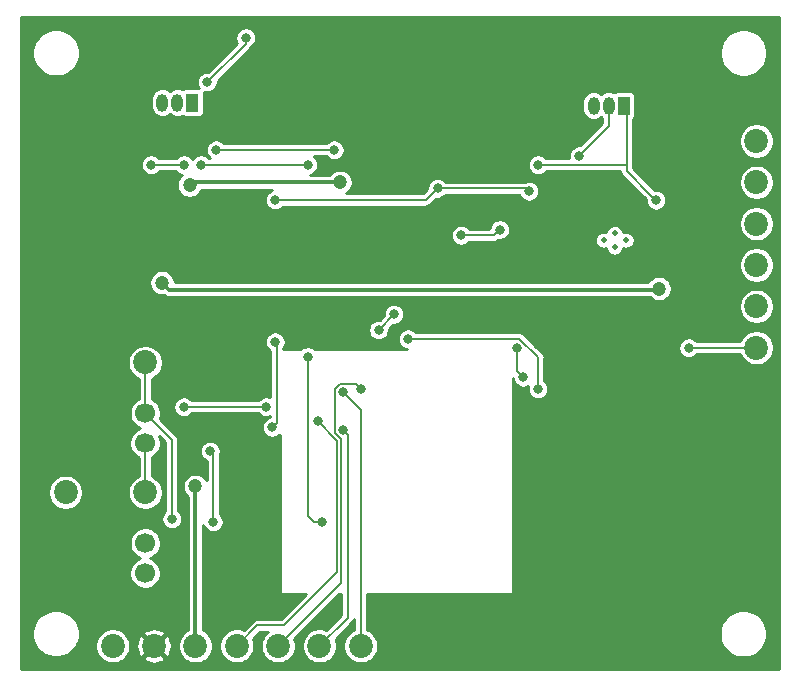
<source format=gbl>
G04 #@! TF.GenerationSoftware,KiCad,Pcbnew,5.1.5-52549c5~84~ubuntu18.04.1*
G04 #@! TF.CreationDate,2019-12-19T12:34:09+01:00*
G04 #@! TF.ProjectId,E-Ink,452d496e-6b2e-46b6-9963-61645f706362,rev?*
G04 #@! TF.SameCoordinates,Original*
G04 #@! TF.FileFunction,Copper,L2,Bot*
G04 #@! TF.FilePolarity,Positive*
%FSLAX46Y46*%
G04 Gerber Fmt 4.6, Leading zero omitted, Abs format (unit mm)*
G04 Created by KiCad (PCBNEW 5.1.5-52549c5~84~ubuntu18.04.1) date 2019-12-19 12:34:09*
%MOMM*%
%LPD*%
G04 APERTURE LIST*
%ADD10C,1.700000*%
%ADD11C,0.500000*%
%ADD12R,1.000000X1.500000*%
%ADD13O,1.000000X1.500000*%
%ADD14C,2.020000*%
%ADD15C,0.800000*%
%ADD16C,1.200000*%
%ADD17C,0.152400*%
%ADD18C,0.350000*%
%ADD19C,0.254000*%
G04 APERTURE END LIST*
D10*
X111060000Y-77820000D03*
X111040000Y-80360000D03*
X111060000Y-88820000D03*
X111040000Y-91360000D03*
D11*
X149850000Y-63170000D03*
X150800000Y-62595000D03*
X150800000Y-63745000D03*
X151750000Y-63170000D03*
D12*
X151570000Y-51770000D03*
D13*
X149030000Y-51770000D03*
X150300000Y-51770000D03*
D12*
X115050000Y-51520000D03*
D13*
X112510000Y-51520000D03*
X113780000Y-51520000D03*
D14*
X115300000Y-97520000D03*
X104300000Y-84520000D03*
X111800000Y-97520000D03*
X108300000Y-97520000D03*
X162800000Y-61770000D03*
X162800000Y-58270000D03*
X162800000Y-54770000D03*
X162800000Y-68770000D03*
X162800000Y-65270000D03*
X118800000Y-97520000D03*
X122300000Y-97520000D03*
X125800000Y-97520000D03*
X129300000Y-97520000D03*
X111050000Y-73520000D03*
X111050000Y-84520000D03*
X162800000Y-72270000D03*
D15*
X141050000Y-62270000D03*
X137800000Y-62770000D03*
X116300000Y-49770000D03*
X119550000Y-46020000D03*
X124800000Y-73020000D03*
X126050000Y-87020000D03*
X113300000Y-86770000D03*
D16*
X112471400Y-66770000D03*
X154550000Y-67270000D03*
D15*
X147800000Y-56019992D03*
X135800000Y-58770000D03*
X143550000Y-59020000D03*
X121800000Y-79020000D03*
X122050000Y-71770000D03*
X122050000Y-59770000D03*
X154300000Y-59794998D03*
X144299998Y-56770002D03*
X111550000Y-56770000D03*
X114300002Y-56770002D03*
X114300000Y-77270000D03*
X121300000Y-77270000D03*
D16*
X145050000Y-93020000D03*
X104550000Y-67520000D03*
X117300000Y-70270000D03*
X127800000Y-66020000D03*
D15*
X157050000Y-72270000D03*
D16*
X127550000Y-58270000D03*
X114800000Y-58520000D03*
X115300000Y-84020000D03*
D15*
X127800000Y-76020000D03*
X130800000Y-70770000D03*
X132119488Y-69450512D03*
X115800000Y-56770000D03*
X124800000Y-56770000D03*
X116800000Y-87020000D03*
X116550000Y-81020000D03*
X117050000Y-55520000D03*
X127050000Y-55520000D03*
X125671400Y-78520000D03*
X142550000Y-72270000D03*
X143050000Y-74770000D03*
X129300000Y-75770000D03*
X127800000Y-79270000D03*
X144300000Y-75770000D03*
X133300000Y-71520000D03*
D17*
X141050000Y-62270000D02*
X140550000Y-62770000D01*
X140550000Y-62770000D02*
X137800000Y-62770000D01*
X116300000Y-49770000D02*
X119550000Y-46520000D01*
X119550000Y-46520000D02*
X119550000Y-46020000D01*
X124800000Y-73020000D02*
X124800000Y-86520000D01*
X124800000Y-86520000D02*
X125300000Y-87020000D01*
X125300000Y-87020000D02*
X126050000Y-87020000D01*
X111050000Y-77810000D02*
X111060000Y-77820000D01*
X111050000Y-73520000D02*
X111050000Y-77810000D01*
X113300000Y-80060000D02*
X111060000Y-77820000D01*
X113300000Y-86770000D02*
X113300000Y-80060000D01*
X111050000Y-80370000D02*
X111040000Y-80360000D01*
X111050000Y-84520000D02*
X111050000Y-80370000D01*
D18*
X154450001Y-67369999D02*
X154550000Y-67270000D01*
X112471400Y-66770000D02*
X113071399Y-67369999D01*
X113071399Y-67369999D02*
X154450001Y-67369999D01*
D17*
X150300000Y-53520000D02*
X150300000Y-51770000D01*
X150300000Y-53020000D02*
X150300000Y-53520000D01*
X150300000Y-53520000D02*
X150299992Y-53520000D01*
X148199999Y-55619993D02*
X147800000Y-56019992D01*
X150299992Y-53520000D02*
X148199999Y-55619993D01*
X135800000Y-58770000D02*
X143300000Y-58770000D01*
X143300000Y-58770000D02*
X143550000Y-59020000D01*
X122199999Y-71919999D02*
X122050000Y-71770000D01*
X121800000Y-79020000D02*
X122199999Y-78620001D01*
X122199999Y-78620001D02*
X122199999Y-71919999D01*
X134800000Y-59770000D02*
X135800000Y-58770000D01*
X122050000Y-59770000D02*
X134800000Y-59770000D01*
X153900001Y-59394999D02*
X154300000Y-59794998D01*
X151800000Y-57294998D02*
X153900001Y-59394999D01*
X151570000Y-51770000D02*
X151800000Y-52000000D01*
X151800000Y-52000000D02*
X151800000Y-56770000D01*
X151800000Y-56770000D02*
X151800000Y-57294998D01*
X151800000Y-56770000D02*
X151799998Y-56770002D01*
X151799998Y-56770002D02*
X144865683Y-56770002D01*
X144865683Y-56770002D02*
X144299998Y-56770002D01*
X114300000Y-56770000D02*
X114300002Y-56770002D01*
X111550000Y-56770000D02*
X114300000Y-56770000D01*
X114300000Y-77270000D02*
X121300000Y-77270000D01*
X162800000Y-72270000D02*
X157050000Y-72270000D01*
D18*
X127550000Y-58270000D02*
X122473446Y-58270000D01*
X122473446Y-58270000D02*
X115050000Y-58270000D01*
X115050000Y-58270000D02*
X114800000Y-58520000D01*
X115300000Y-84020000D02*
X115300000Y-97520000D01*
D17*
X129300000Y-77520000D02*
X127800000Y-76020000D01*
X130800000Y-70770000D02*
X132119488Y-69450512D01*
X129300000Y-97520000D02*
X129300000Y-77520000D01*
X115800000Y-56770000D02*
X124800000Y-56770000D01*
X116800000Y-87020000D02*
X116800000Y-81270000D01*
X116800000Y-81270000D02*
X116550000Y-81020000D01*
X117050000Y-55520000D02*
X127050000Y-55520000D01*
X142550000Y-72270000D02*
X142550000Y-74270000D01*
X142550000Y-74270000D02*
X143050000Y-74770000D01*
X127300000Y-80148600D02*
X125671400Y-78520000D01*
X127300000Y-91270000D02*
X127300000Y-80148600D01*
X120550000Y-95770000D02*
X122800000Y-95770000D01*
X118800000Y-97520000D02*
X120550000Y-95770000D01*
X122800000Y-95770000D02*
X127300000Y-91270000D01*
X127104811Y-79522345D02*
X127104811Y-75784859D01*
X128900001Y-75370001D02*
X129300000Y-75770000D01*
X127604811Y-92215189D02*
X127604811Y-80022344D01*
X122300000Y-97520000D02*
X127604811Y-92215189D01*
X127519669Y-75370001D02*
X128900001Y-75370001D01*
X127104811Y-75784859D02*
X127519669Y-75370001D01*
X127604811Y-80022344D02*
X127104811Y-79522345D01*
X144300000Y-73089670D02*
X142730330Y-71520000D01*
X144300000Y-75770000D02*
X144300000Y-73089670D01*
X142730330Y-71520000D02*
X133300000Y-71520000D01*
X128199999Y-95120001D02*
X128199999Y-79669999D01*
X128199999Y-79669999D02*
X127800000Y-79270000D01*
X125800000Y-97520000D02*
X128199999Y-95120001D01*
D19*
G36*
X164698001Y-99488000D02*
G01*
X100492000Y-99488000D01*
X100492000Y-96281809D01*
X101477736Y-96281809D01*
X101477736Y-96678191D01*
X101555067Y-97066956D01*
X101706755Y-97433164D01*
X101926973Y-97762743D01*
X102207257Y-98043027D01*
X102536836Y-98263245D01*
X102903044Y-98414933D01*
X103291809Y-98492264D01*
X103688191Y-98492264D01*
X104076956Y-98414933D01*
X104443164Y-98263245D01*
X104772743Y-98043027D01*
X105053027Y-97762743D01*
X105273245Y-97433164D01*
X105297940Y-97373543D01*
X106813000Y-97373543D01*
X106813000Y-97666457D01*
X106870145Y-97953742D01*
X106982238Y-98224359D01*
X107144972Y-98467907D01*
X107352093Y-98675028D01*
X107595641Y-98837762D01*
X107866258Y-98949855D01*
X108153543Y-99007000D01*
X108446457Y-99007000D01*
X108733742Y-98949855D01*
X109004359Y-98837762D01*
X109247907Y-98675028D01*
X109397353Y-98525582D01*
X110862301Y-98525582D01*
X110961020Y-98756419D01*
X111218354Y-98896339D01*
X111498041Y-98983366D01*
X111789332Y-99014157D01*
X112081033Y-98987528D01*
X112361933Y-98904503D01*
X112621238Y-98768273D01*
X112638980Y-98756419D01*
X112737699Y-98525582D01*
X111800000Y-97587882D01*
X110862301Y-98525582D01*
X109397353Y-98525582D01*
X109455028Y-98467907D01*
X109617762Y-98224359D01*
X109729855Y-97953742D01*
X109787000Y-97666457D01*
X109787000Y-97509332D01*
X110305843Y-97509332D01*
X110332472Y-97801033D01*
X110415497Y-98081933D01*
X110551727Y-98341238D01*
X110563581Y-98358980D01*
X110794418Y-98457699D01*
X111732118Y-97520000D01*
X111867882Y-97520000D01*
X112805582Y-98457699D01*
X113036419Y-98358980D01*
X113176339Y-98101646D01*
X113263366Y-97821959D01*
X113294157Y-97530668D01*
X113279814Y-97373543D01*
X113813000Y-97373543D01*
X113813000Y-97666457D01*
X113870145Y-97953742D01*
X113982238Y-98224359D01*
X114144972Y-98467907D01*
X114352093Y-98675028D01*
X114595641Y-98837762D01*
X114866258Y-98949855D01*
X115153543Y-99007000D01*
X115446457Y-99007000D01*
X115733742Y-98949855D01*
X116004359Y-98837762D01*
X116247907Y-98675028D01*
X116455028Y-98467907D01*
X116617762Y-98224359D01*
X116729855Y-97953742D01*
X116787000Y-97666457D01*
X116787000Y-97373543D01*
X116729855Y-97086258D01*
X116617762Y-96815641D01*
X116455028Y-96572093D01*
X116247907Y-96364972D01*
X116004359Y-96202238D01*
X115952000Y-96180550D01*
X115952000Y-87252168D01*
X115956703Y-87275811D01*
X116022813Y-87435415D01*
X116118790Y-87579055D01*
X116240945Y-87701210D01*
X116384585Y-87797187D01*
X116544189Y-87863297D01*
X116713623Y-87897000D01*
X116886377Y-87897000D01*
X117055811Y-87863297D01*
X117215415Y-87797187D01*
X117359055Y-87701210D01*
X117481210Y-87579055D01*
X117577187Y-87435415D01*
X117643297Y-87275811D01*
X117677000Y-87106377D01*
X117677000Y-86933623D01*
X117643297Y-86764189D01*
X117577187Y-86604585D01*
X117481210Y-86460945D01*
X117359055Y-86338790D01*
X117353200Y-86334878D01*
X117353200Y-81372614D01*
X117393297Y-81275811D01*
X117427000Y-81106377D01*
X117427000Y-80933623D01*
X117393297Y-80764189D01*
X117327187Y-80604585D01*
X117231210Y-80460945D01*
X117109055Y-80338790D01*
X116965415Y-80242813D01*
X116805811Y-80176703D01*
X116636377Y-80143000D01*
X116463623Y-80143000D01*
X116294189Y-80176703D01*
X116134585Y-80242813D01*
X115990945Y-80338790D01*
X115868790Y-80460945D01*
X115772813Y-80604585D01*
X115706703Y-80764189D01*
X115673000Y-80933623D01*
X115673000Y-81106377D01*
X115706703Y-81275811D01*
X115772813Y-81435415D01*
X115868790Y-81579055D01*
X115990945Y-81701210D01*
X116134585Y-81797187D01*
X116246801Y-81843668D01*
X116246801Y-83498438D01*
X116136560Y-83333453D01*
X115986547Y-83183440D01*
X115810151Y-83065575D01*
X115614149Y-82984389D01*
X115406075Y-82943000D01*
X115193925Y-82943000D01*
X114985851Y-82984389D01*
X114789849Y-83065575D01*
X114613453Y-83183440D01*
X114463440Y-83333453D01*
X114345575Y-83509849D01*
X114264389Y-83705851D01*
X114223000Y-83913925D01*
X114223000Y-84126075D01*
X114264389Y-84334149D01*
X114345575Y-84530151D01*
X114463440Y-84706547D01*
X114613453Y-84856560D01*
X114648000Y-84879644D01*
X114648001Y-96180550D01*
X114595641Y-96202238D01*
X114352093Y-96364972D01*
X114144972Y-96572093D01*
X113982238Y-96815641D01*
X113870145Y-97086258D01*
X113813000Y-97373543D01*
X113279814Y-97373543D01*
X113267528Y-97238967D01*
X113184503Y-96958067D01*
X113048273Y-96698762D01*
X113036419Y-96681020D01*
X112805582Y-96582301D01*
X111867882Y-97520000D01*
X111732118Y-97520000D01*
X110794418Y-96582301D01*
X110563581Y-96681020D01*
X110423661Y-96938354D01*
X110336634Y-97218041D01*
X110305843Y-97509332D01*
X109787000Y-97509332D01*
X109787000Y-97373543D01*
X109729855Y-97086258D01*
X109617762Y-96815641D01*
X109455028Y-96572093D01*
X109397353Y-96514418D01*
X110862301Y-96514418D01*
X111800000Y-97452118D01*
X112737699Y-96514418D01*
X112638980Y-96283581D01*
X112381646Y-96143661D01*
X112101959Y-96056634D01*
X111810668Y-96025843D01*
X111518967Y-96052472D01*
X111238067Y-96135497D01*
X110978762Y-96271727D01*
X110961020Y-96283581D01*
X110862301Y-96514418D01*
X109397353Y-96514418D01*
X109247907Y-96364972D01*
X109004359Y-96202238D01*
X108733742Y-96090145D01*
X108446457Y-96033000D01*
X108153543Y-96033000D01*
X107866258Y-96090145D01*
X107595641Y-96202238D01*
X107352093Y-96364972D01*
X107144972Y-96572093D01*
X106982238Y-96815641D01*
X106870145Y-97086258D01*
X106813000Y-97373543D01*
X105297940Y-97373543D01*
X105424933Y-97066956D01*
X105502264Y-96678191D01*
X105502264Y-96281809D01*
X105424933Y-95893044D01*
X105273245Y-95526836D01*
X105053027Y-95197257D01*
X104772743Y-94916973D01*
X104443164Y-94696755D01*
X104076956Y-94545067D01*
X103688191Y-94467736D01*
X103291809Y-94467736D01*
X102903044Y-94545067D01*
X102536836Y-94696755D01*
X102207257Y-94916973D01*
X101926973Y-95197257D01*
X101706755Y-95526836D01*
X101555067Y-95893044D01*
X101477736Y-96281809D01*
X100492000Y-96281809D01*
X100492000Y-91229302D01*
X109713000Y-91229302D01*
X109713000Y-91490698D01*
X109763996Y-91747072D01*
X109864028Y-91988570D01*
X110009252Y-92205913D01*
X110194087Y-92390748D01*
X110411430Y-92535972D01*
X110652928Y-92636004D01*
X110909302Y-92687000D01*
X111170698Y-92687000D01*
X111427072Y-92636004D01*
X111668570Y-92535972D01*
X111885913Y-92390748D01*
X112070748Y-92205913D01*
X112215972Y-91988570D01*
X112316004Y-91747072D01*
X112367000Y-91490698D01*
X112367000Y-91229302D01*
X112316004Y-90972928D01*
X112215972Y-90731430D01*
X112070748Y-90514087D01*
X111885913Y-90329252D01*
X111668570Y-90184028D01*
X111451567Y-90094142D01*
X111688570Y-89995972D01*
X111905913Y-89850748D01*
X112090748Y-89665913D01*
X112235972Y-89448570D01*
X112336004Y-89207072D01*
X112387000Y-88950698D01*
X112387000Y-88689302D01*
X112336004Y-88432928D01*
X112235972Y-88191430D01*
X112090748Y-87974087D01*
X111905913Y-87789252D01*
X111688570Y-87644028D01*
X111447072Y-87543996D01*
X111190698Y-87493000D01*
X110929302Y-87493000D01*
X110672928Y-87543996D01*
X110431430Y-87644028D01*
X110214087Y-87789252D01*
X110029252Y-87974087D01*
X109884028Y-88191430D01*
X109783996Y-88432928D01*
X109733000Y-88689302D01*
X109733000Y-88950698D01*
X109783996Y-89207072D01*
X109884028Y-89448570D01*
X110029252Y-89665913D01*
X110214087Y-89850748D01*
X110431430Y-89995972D01*
X110648433Y-90085858D01*
X110411430Y-90184028D01*
X110194087Y-90329252D01*
X110009252Y-90514087D01*
X109864028Y-90731430D01*
X109763996Y-90972928D01*
X109713000Y-91229302D01*
X100492000Y-91229302D01*
X100492000Y-84373543D01*
X102813000Y-84373543D01*
X102813000Y-84666457D01*
X102870145Y-84953742D01*
X102982238Y-85224359D01*
X103144972Y-85467907D01*
X103352093Y-85675028D01*
X103595641Y-85837762D01*
X103866258Y-85949855D01*
X104153543Y-86007000D01*
X104446457Y-86007000D01*
X104733742Y-85949855D01*
X105004359Y-85837762D01*
X105247907Y-85675028D01*
X105455028Y-85467907D01*
X105617762Y-85224359D01*
X105729855Y-84953742D01*
X105787000Y-84666457D01*
X105787000Y-84373543D01*
X105729855Y-84086258D01*
X105617762Y-83815641D01*
X105455028Y-83572093D01*
X105247907Y-83364972D01*
X105004359Y-83202238D01*
X104733742Y-83090145D01*
X104446457Y-83033000D01*
X104153543Y-83033000D01*
X103866258Y-83090145D01*
X103595641Y-83202238D01*
X103352093Y-83364972D01*
X103144972Y-83572093D01*
X102982238Y-83815641D01*
X102870145Y-84086258D01*
X102813000Y-84373543D01*
X100492000Y-84373543D01*
X100492000Y-73373543D01*
X109563000Y-73373543D01*
X109563000Y-73666457D01*
X109620145Y-73953742D01*
X109732238Y-74224359D01*
X109894972Y-74467907D01*
X110102093Y-74675028D01*
X110345641Y-74837762D01*
X110496800Y-74900374D01*
X110496801Y-76616950D01*
X110431430Y-76644028D01*
X110214087Y-76789252D01*
X110029252Y-76974087D01*
X109884028Y-77191430D01*
X109783996Y-77432928D01*
X109733000Y-77689302D01*
X109733000Y-77950698D01*
X109783996Y-78207072D01*
X109884028Y-78448570D01*
X110029252Y-78665913D01*
X110214087Y-78850748D01*
X110431430Y-78995972D01*
X110648433Y-79085858D01*
X110411430Y-79184028D01*
X110194087Y-79329252D01*
X110009252Y-79514087D01*
X109864028Y-79731430D01*
X109763996Y-79972928D01*
X109713000Y-80229302D01*
X109713000Y-80490698D01*
X109763996Y-80747072D01*
X109864028Y-80988570D01*
X110009252Y-81205913D01*
X110194087Y-81390748D01*
X110411430Y-81535972D01*
X110496801Y-81571334D01*
X110496800Y-83139626D01*
X110345641Y-83202238D01*
X110102093Y-83364972D01*
X109894972Y-83572093D01*
X109732238Y-83815641D01*
X109620145Y-84086258D01*
X109563000Y-84373543D01*
X109563000Y-84666457D01*
X109620145Y-84953742D01*
X109732238Y-85224359D01*
X109894972Y-85467907D01*
X110102093Y-85675028D01*
X110345641Y-85837762D01*
X110616258Y-85949855D01*
X110903543Y-86007000D01*
X111196457Y-86007000D01*
X111483742Y-85949855D01*
X111754359Y-85837762D01*
X111997907Y-85675028D01*
X112205028Y-85467907D01*
X112367762Y-85224359D01*
X112479855Y-84953742D01*
X112537000Y-84666457D01*
X112537000Y-84373543D01*
X112479855Y-84086258D01*
X112367762Y-83815641D01*
X112205028Y-83572093D01*
X111997907Y-83364972D01*
X111754359Y-83202238D01*
X111603200Y-83139626D01*
X111603200Y-81563049D01*
X111668570Y-81535972D01*
X111885913Y-81390748D01*
X112070748Y-81205913D01*
X112215972Y-80988570D01*
X112316004Y-80747072D01*
X112367000Y-80490698D01*
X112367000Y-80229302D01*
X112316004Y-79972928D01*
X112234982Y-79777325D01*
X112746801Y-80289144D01*
X112746800Y-86084878D01*
X112740945Y-86088790D01*
X112618790Y-86210945D01*
X112522813Y-86354585D01*
X112456703Y-86514189D01*
X112423000Y-86683623D01*
X112423000Y-86856377D01*
X112456703Y-87025811D01*
X112522813Y-87185415D01*
X112618790Y-87329055D01*
X112740945Y-87451210D01*
X112884585Y-87547187D01*
X113044189Y-87613297D01*
X113213623Y-87647000D01*
X113386377Y-87647000D01*
X113555811Y-87613297D01*
X113715415Y-87547187D01*
X113859055Y-87451210D01*
X113981210Y-87329055D01*
X114077187Y-87185415D01*
X114143297Y-87025811D01*
X114177000Y-86856377D01*
X114177000Y-86683623D01*
X114143297Y-86514189D01*
X114077187Y-86354585D01*
X113981210Y-86210945D01*
X113859055Y-86088790D01*
X113853200Y-86084878D01*
X113853200Y-80087166D01*
X113855876Y-80059999D01*
X113852167Y-80022343D01*
X113845195Y-79951554D01*
X113813562Y-79847275D01*
X113762194Y-79751172D01*
X113693064Y-79666936D01*
X113671958Y-79649615D01*
X112304785Y-78282442D01*
X112336004Y-78207072D01*
X112387000Y-77950698D01*
X112387000Y-77689302D01*
X112336004Y-77432928D01*
X112235972Y-77191430D01*
X112230756Y-77183623D01*
X113423000Y-77183623D01*
X113423000Y-77356377D01*
X113456703Y-77525811D01*
X113522813Y-77685415D01*
X113618790Y-77829055D01*
X113740945Y-77951210D01*
X113884585Y-78047187D01*
X114044189Y-78113297D01*
X114213623Y-78147000D01*
X114386377Y-78147000D01*
X114555811Y-78113297D01*
X114715415Y-78047187D01*
X114859055Y-77951210D01*
X114981210Y-77829055D01*
X114985122Y-77823200D01*
X120614878Y-77823200D01*
X120618790Y-77829055D01*
X120740945Y-77951210D01*
X120884585Y-78047187D01*
X121044189Y-78113297D01*
X121213623Y-78147000D01*
X121386377Y-78147000D01*
X121555811Y-78113297D01*
X121646799Y-78075609D01*
X121646799Y-78156292D01*
X121544189Y-78176703D01*
X121384585Y-78242813D01*
X121240945Y-78338790D01*
X121118790Y-78460945D01*
X121022813Y-78604585D01*
X120956703Y-78764189D01*
X120923000Y-78933623D01*
X120923000Y-79106377D01*
X120956703Y-79275811D01*
X121022813Y-79435415D01*
X121118790Y-79579055D01*
X121240945Y-79701210D01*
X121384585Y-79797187D01*
X121544189Y-79863297D01*
X121713623Y-79897000D01*
X121886377Y-79897000D01*
X122055811Y-79863297D01*
X122215415Y-79797187D01*
X122359055Y-79701210D01*
X122423000Y-79637265D01*
X122423000Y-93020000D01*
X122425440Y-93044776D01*
X122432667Y-93068601D01*
X122444403Y-93090557D01*
X122460197Y-93109803D01*
X122479443Y-93125597D01*
X122501399Y-93137333D01*
X122525224Y-93144560D01*
X122550000Y-93147000D01*
X124640658Y-93147000D01*
X122570858Y-95216800D01*
X120577170Y-95216800D01*
X120550000Y-95214124D01*
X120522830Y-95216800D01*
X120441554Y-95224805D01*
X120337275Y-95256438D01*
X120241172Y-95307806D01*
X120156936Y-95376936D01*
X120139616Y-95398041D01*
X119384901Y-96152757D01*
X119233742Y-96090145D01*
X118946457Y-96033000D01*
X118653543Y-96033000D01*
X118366258Y-96090145D01*
X118095641Y-96202238D01*
X117852093Y-96364972D01*
X117644972Y-96572093D01*
X117482238Y-96815641D01*
X117370145Y-97086258D01*
X117313000Y-97373543D01*
X117313000Y-97666457D01*
X117370145Y-97953742D01*
X117482238Y-98224359D01*
X117644972Y-98467907D01*
X117852093Y-98675028D01*
X118095641Y-98837762D01*
X118366258Y-98949855D01*
X118653543Y-99007000D01*
X118946457Y-99007000D01*
X119233742Y-98949855D01*
X119504359Y-98837762D01*
X119747907Y-98675028D01*
X119955028Y-98467907D01*
X120117762Y-98224359D01*
X120229855Y-97953742D01*
X120287000Y-97666457D01*
X120287000Y-97373543D01*
X120229855Y-97086258D01*
X120167243Y-96935099D01*
X120779143Y-96323200D01*
X121414609Y-96323200D01*
X121352093Y-96364972D01*
X121144972Y-96572093D01*
X120982238Y-96815641D01*
X120870145Y-97086258D01*
X120813000Y-97373543D01*
X120813000Y-97666457D01*
X120870145Y-97953742D01*
X120982238Y-98224359D01*
X121144972Y-98467907D01*
X121352093Y-98675028D01*
X121595641Y-98837762D01*
X121866258Y-98949855D01*
X122153543Y-99007000D01*
X122446457Y-99007000D01*
X122733742Y-98949855D01*
X123004359Y-98837762D01*
X123247907Y-98675028D01*
X123455028Y-98467907D01*
X123617762Y-98224359D01*
X123729855Y-97953742D01*
X123787000Y-97666457D01*
X123787000Y-97373543D01*
X123729855Y-97086258D01*
X123667243Y-96935099D01*
X127455343Y-93147000D01*
X127646799Y-93147000D01*
X127646799Y-94890858D01*
X126384901Y-96152757D01*
X126233742Y-96090145D01*
X125946457Y-96033000D01*
X125653543Y-96033000D01*
X125366258Y-96090145D01*
X125095641Y-96202238D01*
X124852093Y-96364972D01*
X124644972Y-96572093D01*
X124482238Y-96815641D01*
X124370145Y-97086258D01*
X124313000Y-97373543D01*
X124313000Y-97666457D01*
X124370145Y-97953742D01*
X124482238Y-98224359D01*
X124644972Y-98467907D01*
X124852093Y-98675028D01*
X125095641Y-98837762D01*
X125366258Y-98949855D01*
X125653543Y-99007000D01*
X125946457Y-99007000D01*
X126233742Y-98949855D01*
X126504359Y-98837762D01*
X126747907Y-98675028D01*
X126955028Y-98467907D01*
X127117762Y-98224359D01*
X127229855Y-97953742D01*
X127287000Y-97666457D01*
X127287000Y-97373543D01*
X127229855Y-97086258D01*
X127167243Y-96935099D01*
X128571957Y-95530386D01*
X128593063Y-95513065D01*
X128662193Y-95428829D01*
X128713561Y-95332726D01*
X128745194Y-95228447D01*
X128746800Y-95212140D01*
X128746800Y-96139626D01*
X128595641Y-96202238D01*
X128352093Y-96364972D01*
X128144972Y-96572093D01*
X127982238Y-96815641D01*
X127870145Y-97086258D01*
X127813000Y-97373543D01*
X127813000Y-97666457D01*
X127870145Y-97953742D01*
X127982238Y-98224359D01*
X128144972Y-98467907D01*
X128352093Y-98675028D01*
X128595641Y-98837762D01*
X128866258Y-98949855D01*
X129153543Y-99007000D01*
X129446457Y-99007000D01*
X129733742Y-98949855D01*
X130004359Y-98837762D01*
X130247907Y-98675028D01*
X130455028Y-98467907D01*
X130617762Y-98224359D01*
X130729855Y-97953742D01*
X130787000Y-97666457D01*
X130787000Y-97373543D01*
X130729855Y-97086258D01*
X130617762Y-96815641D01*
X130455028Y-96572093D01*
X130247907Y-96364972D01*
X130138412Y-96291809D01*
X159677736Y-96291809D01*
X159677736Y-96688191D01*
X159755067Y-97076956D01*
X159906755Y-97443164D01*
X160126973Y-97772743D01*
X160407257Y-98053027D01*
X160736836Y-98273245D01*
X161103044Y-98424933D01*
X161491809Y-98502264D01*
X161888191Y-98502264D01*
X162276956Y-98424933D01*
X162643164Y-98273245D01*
X162972743Y-98053027D01*
X163253027Y-97772743D01*
X163473245Y-97443164D01*
X163624933Y-97076956D01*
X163702264Y-96688191D01*
X163702264Y-96291809D01*
X163624933Y-95903044D01*
X163473245Y-95536836D01*
X163253027Y-95207257D01*
X162972743Y-94926973D01*
X162643164Y-94706755D01*
X162276956Y-94555067D01*
X161888191Y-94477736D01*
X161491809Y-94477736D01*
X161103044Y-94555067D01*
X160736836Y-94706755D01*
X160407257Y-94926973D01*
X160126973Y-95207257D01*
X159906755Y-95536836D01*
X159755067Y-95903044D01*
X159677736Y-96291809D01*
X130138412Y-96291809D01*
X130004359Y-96202238D01*
X129853200Y-96139626D01*
X129853200Y-93147000D01*
X142050000Y-93147000D01*
X142074776Y-93144560D01*
X142098601Y-93137333D01*
X142120557Y-93125597D01*
X142139803Y-93109803D01*
X142155597Y-93090557D01*
X142167333Y-93068601D01*
X142174560Y-93044776D01*
X142177000Y-93020000D01*
X142177000Y-74876486D01*
X142206703Y-75025811D01*
X142272813Y-75185415D01*
X142368790Y-75329055D01*
X142490945Y-75451210D01*
X142634585Y-75547187D01*
X142794189Y-75613297D01*
X142963623Y-75647000D01*
X143136377Y-75647000D01*
X143305811Y-75613297D01*
X143448768Y-75554083D01*
X143423000Y-75683623D01*
X143423000Y-75856377D01*
X143456703Y-76025811D01*
X143522813Y-76185415D01*
X143618790Y-76329055D01*
X143740945Y-76451210D01*
X143884585Y-76547187D01*
X144044189Y-76613297D01*
X144213623Y-76647000D01*
X144386377Y-76647000D01*
X144555811Y-76613297D01*
X144715415Y-76547187D01*
X144859055Y-76451210D01*
X144981210Y-76329055D01*
X145077187Y-76185415D01*
X145143297Y-76025811D01*
X145177000Y-75856377D01*
X145177000Y-75683623D01*
X145143297Y-75514189D01*
X145077187Y-75354585D01*
X144981210Y-75210945D01*
X144859055Y-75088790D01*
X144853200Y-75084878D01*
X144853200Y-73116840D01*
X144855876Y-73089670D01*
X144845195Y-72981224D01*
X144843248Y-72974805D01*
X144813562Y-72876945D01*
X144762194Y-72780842D01*
X144693064Y-72696606D01*
X144671957Y-72679284D01*
X144176296Y-72183623D01*
X156173000Y-72183623D01*
X156173000Y-72356377D01*
X156206703Y-72525811D01*
X156272813Y-72685415D01*
X156368790Y-72829055D01*
X156490945Y-72951210D01*
X156634585Y-73047187D01*
X156794189Y-73113297D01*
X156963623Y-73147000D01*
X157136377Y-73147000D01*
X157305811Y-73113297D01*
X157465415Y-73047187D01*
X157609055Y-72951210D01*
X157731210Y-72829055D01*
X157735122Y-72823200D01*
X161419626Y-72823200D01*
X161482238Y-72974359D01*
X161644972Y-73217907D01*
X161852093Y-73425028D01*
X162095641Y-73587762D01*
X162366258Y-73699855D01*
X162653543Y-73757000D01*
X162946457Y-73757000D01*
X163233742Y-73699855D01*
X163504359Y-73587762D01*
X163747907Y-73425028D01*
X163955028Y-73217907D01*
X164117762Y-72974359D01*
X164229855Y-72703742D01*
X164287000Y-72416457D01*
X164287000Y-72123543D01*
X164229855Y-71836258D01*
X164117762Y-71565641D01*
X163955028Y-71322093D01*
X163747907Y-71114972D01*
X163504359Y-70952238D01*
X163233742Y-70840145D01*
X162946457Y-70783000D01*
X162653543Y-70783000D01*
X162366258Y-70840145D01*
X162095641Y-70952238D01*
X161852093Y-71114972D01*
X161644972Y-71322093D01*
X161482238Y-71565641D01*
X161419626Y-71716800D01*
X157735122Y-71716800D01*
X157731210Y-71710945D01*
X157609055Y-71588790D01*
X157465415Y-71492813D01*
X157305811Y-71426703D01*
X157136377Y-71393000D01*
X156963623Y-71393000D01*
X156794189Y-71426703D01*
X156634585Y-71492813D01*
X156490945Y-71588790D01*
X156368790Y-71710945D01*
X156272813Y-71854585D01*
X156206703Y-72014189D01*
X156173000Y-72183623D01*
X144176296Y-72183623D01*
X143140720Y-71148048D01*
X143123394Y-71126936D01*
X143039158Y-71057806D01*
X142943055Y-71006438D01*
X142838776Y-70974805D01*
X142757500Y-70966800D01*
X142757497Y-70966800D01*
X142730330Y-70964124D01*
X142703163Y-70966800D01*
X133985122Y-70966800D01*
X133981210Y-70960945D01*
X133859055Y-70838790D01*
X133715415Y-70742813D01*
X133555811Y-70676703D01*
X133386377Y-70643000D01*
X133213623Y-70643000D01*
X133044189Y-70676703D01*
X132884585Y-70742813D01*
X132740945Y-70838790D01*
X132618790Y-70960945D01*
X132522813Y-71104585D01*
X132456703Y-71264189D01*
X132423000Y-71433623D01*
X132423000Y-71606377D01*
X132456703Y-71775811D01*
X132522813Y-71935415D01*
X132618790Y-72079055D01*
X132740945Y-72201210D01*
X132884585Y-72297187D01*
X133044189Y-72363297D01*
X133193514Y-72393000D01*
X125413265Y-72393000D01*
X125359055Y-72338790D01*
X125215415Y-72242813D01*
X125055811Y-72176703D01*
X124886377Y-72143000D01*
X124713623Y-72143000D01*
X124544189Y-72176703D01*
X124384585Y-72242813D01*
X124240945Y-72338790D01*
X124186735Y-72393000D01*
X122753199Y-72393000D01*
X122753199Y-72296146D01*
X122827187Y-72185415D01*
X122893297Y-72025811D01*
X122927000Y-71856377D01*
X122927000Y-71683623D01*
X122893297Y-71514189D01*
X122827187Y-71354585D01*
X122731210Y-71210945D01*
X122609055Y-71088790D01*
X122465415Y-70992813D01*
X122305811Y-70926703D01*
X122136377Y-70893000D01*
X121963623Y-70893000D01*
X121794189Y-70926703D01*
X121634585Y-70992813D01*
X121490945Y-71088790D01*
X121368790Y-71210945D01*
X121272813Y-71354585D01*
X121206703Y-71514189D01*
X121173000Y-71683623D01*
X121173000Y-71856377D01*
X121206703Y-72025811D01*
X121272813Y-72185415D01*
X121368790Y-72329055D01*
X121490945Y-72451210D01*
X121634585Y-72547187D01*
X121646800Y-72552247D01*
X121646799Y-76464392D01*
X121555811Y-76426703D01*
X121386377Y-76393000D01*
X121213623Y-76393000D01*
X121044189Y-76426703D01*
X120884585Y-76492813D01*
X120740945Y-76588790D01*
X120618790Y-76710945D01*
X120614878Y-76716800D01*
X114985122Y-76716800D01*
X114981210Y-76710945D01*
X114859055Y-76588790D01*
X114715415Y-76492813D01*
X114555811Y-76426703D01*
X114386377Y-76393000D01*
X114213623Y-76393000D01*
X114044189Y-76426703D01*
X113884585Y-76492813D01*
X113740945Y-76588790D01*
X113618790Y-76710945D01*
X113522813Y-76854585D01*
X113456703Y-77014189D01*
X113423000Y-77183623D01*
X112230756Y-77183623D01*
X112090748Y-76974087D01*
X111905913Y-76789252D01*
X111688570Y-76644028D01*
X111603200Y-76608666D01*
X111603200Y-74900374D01*
X111754359Y-74837762D01*
X111997907Y-74675028D01*
X112205028Y-74467907D01*
X112367762Y-74224359D01*
X112479855Y-73953742D01*
X112537000Y-73666457D01*
X112537000Y-73373543D01*
X112479855Y-73086258D01*
X112367762Y-72815641D01*
X112205028Y-72572093D01*
X111997907Y-72364972D01*
X111754359Y-72202238D01*
X111483742Y-72090145D01*
X111196457Y-72033000D01*
X110903543Y-72033000D01*
X110616258Y-72090145D01*
X110345641Y-72202238D01*
X110102093Y-72364972D01*
X109894972Y-72572093D01*
X109732238Y-72815641D01*
X109620145Y-73086258D01*
X109563000Y-73373543D01*
X100492000Y-73373543D01*
X100492000Y-70683623D01*
X129923000Y-70683623D01*
X129923000Y-70856377D01*
X129956703Y-71025811D01*
X130022813Y-71185415D01*
X130118790Y-71329055D01*
X130240945Y-71451210D01*
X130384585Y-71547187D01*
X130544189Y-71613297D01*
X130713623Y-71647000D01*
X130886377Y-71647000D01*
X131055811Y-71613297D01*
X131215415Y-71547187D01*
X131359055Y-71451210D01*
X131481210Y-71329055D01*
X131577187Y-71185415D01*
X131643297Y-71025811D01*
X131677000Y-70856377D01*
X131677000Y-70683623D01*
X131675626Y-70676716D01*
X132026204Y-70326138D01*
X132033111Y-70327512D01*
X132205865Y-70327512D01*
X132375299Y-70293809D01*
X132534903Y-70227699D01*
X132678543Y-70131722D01*
X132800698Y-70009567D01*
X132896675Y-69865927D01*
X132962785Y-69706323D01*
X132996488Y-69536889D01*
X132996488Y-69364135D01*
X132962785Y-69194701D01*
X132896675Y-69035097D01*
X132800698Y-68891457D01*
X132678543Y-68769302D01*
X132534903Y-68673325D01*
X132414719Y-68623543D01*
X161313000Y-68623543D01*
X161313000Y-68916457D01*
X161370145Y-69203742D01*
X161482238Y-69474359D01*
X161644972Y-69717907D01*
X161852093Y-69925028D01*
X162095641Y-70087762D01*
X162366258Y-70199855D01*
X162653543Y-70257000D01*
X162946457Y-70257000D01*
X163233742Y-70199855D01*
X163504359Y-70087762D01*
X163747907Y-69925028D01*
X163955028Y-69717907D01*
X164117762Y-69474359D01*
X164229855Y-69203742D01*
X164287000Y-68916457D01*
X164287000Y-68623543D01*
X164229855Y-68336258D01*
X164117762Y-68065641D01*
X163955028Y-67822093D01*
X163747907Y-67614972D01*
X163504359Y-67452238D01*
X163233742Y-67340145D01*
X162946457Y-67283000D01*
X162653543Y-67283000D01*
X162366258Y-67340145D01*
X162095641Y-67452238D01*
X161852093Y-67614972D01*
X161644972Y-67822093D01*
X161482238Y-68065641D01*
X161370145Y-68336258D01*
X161313000Y-68623543D01*
X132414719Y-68623543D01*
X132375299Y-68607215D01*
X132205865Y-68573512D01*
X132033111Y-68573512D01*
X131863677Y-68607215D01*
X131704073Y-68673325D01*
X131560433Y-68769302D01*
X131438278Y-68891457D01*
X131342301Y-69035097D01*
X131276191Y-69194701D01*
X131242488Y-69364135D01*
X131242488Y-69536889D01*
X131243862Y-69543796D01*
X130893284Y-69894374D01*
X130886377Y-69893000D01*
X130713623Y-69893000D01*
X130544189Y-69926703D01*
X130384585Y-69992813D01*
X130240945Y-70088790D01*
X130118790Y-70210945D01*
X130022813Y-70354585D01*
X129956703Y-70514189D01*
X129923000Y-70683623D01*
X100492000Y-70683623D01*
X100492000Y-66663925D01*
X111394400Y-66663925D01*
X111394400Y-66876075D01*
X111435789Y-67084149D01*
X111516975Y-67280151D01*
X111634840Y-67456547D01*
X111784853Y-67606560D01*
X111961249Y-67724425D01*
X112157251Y-67805611D01*
X112365325Y-67847000D01*
X112577475Y-67847000D01*
X112615626Y-67839411D01*
X112707415Y-67914740D01*
X112820682Y-67975282D01*
X112882134Y-67993923D01*
X112943584Y-68012564D01*
X113071399Y-68025153D01*
X113103421Y-68021999D01*
X153778892Y-68021999D01*
X153863453Y-68106560D01*
X154039849Y-68224425D01*
X154235851Y-68305611D01*
X154443925Y-68347000D01*
X154656075Y-68347000D01*
X154864149Y-68305611D01*
X155060151Y-68224425D01*
X155236547Y-68106560D01*
X155386560Y-67956547D01*
X155504425Y-67780151D01*
X155585611Y-67584149D01*
X155627000Y-67376075D01*
X155627000Y-67163925D01*
X155585611Y-66955851D01*
X155504425Y-66759849D01*
X155386560Y-66583453D01*
X155236547Y-66433440D01*
X155060151Y-66315575D01*
X154864149Y-66234389D01*
X154656075Y-66193000D01*
X154443925Y-66193000D01*
X154235851Y-66234389D01*
X154039849Y-66315575D01*
X153863453Y-66433440D01*
X153713440Y-66583453D01*
X153623539Y-66717999D01*
X113548400Y-66717999D01*
X113548400Y-66663925D01*
X113507011Y-66455851D01*
X113425825Y-66259849D01*
X113307960Y-66083453D01*
X113157947Y-65933440D01*
X112981551Y-65815575D01*
X112785549Y-65734389D01*
X112577475Y-65693000D01*
X112365325Y-65693000D01*
X112157251Y-65734389D01*
X111961249Y-65815575D01*
X111784853Y-65933440D01*
X111634840Y-66083453D01*
X111516975Y-66259849D01*
X111435789Y-66455851D01*
X111394400Y-66663925D01*
X100492000Y-66663925D01*
X100492000Y-65123543D01*
X161313000Y-65123543D01*
X161313000Y-65416457D01*
X161370145Y-65703742D01*
X161482238Y-65974359D01*
X161644972Y-66217907D01*
X161852093Y-66425028D01*
X162095641Y-66587762D01*
X162366258Y-66699855D01*
X162653543Y-66757000D01*
X162946457Y-66757000D01*
X163233742Y-66699855D01*
X163504359Y-66587762D01*
X163747907Y-66425028D01*
X163955028Y-66217907D01*
X164117762Y-65974359D01*
X164229855Y-65703742D01*
X164287000Y-65416457D01*
X164287000Y-65123543D01*
X164229855Y-64836258D01*
X164117762Y-64565641D01*
X163955028Y-64322093D01*
X163747907Y-64114972D01*
X163504359Y-63952238D01*
X163233742Y-63840145D01*
X162946457Y-63783000D01*
X162653543Y-63783000D01*
X162366258Y-63840145D01*
X162095641Y-63952238D01*
X161852093Y-64114972D01*
X161644972Y-64322093D01*
X161482238Y-64565641D01*
X161370145Y-64836258D01*
X161313000Y-65123543D01*
X100492000Y-65123543D01*
X100492000Y-62683623D01*
X136923000Y-62683623D01*
X136923000Y-62856377D01*
X136956703Y-63025811D01*
X137022813Y-63185415D01*
X137118790Y-63329055D01*
X137240945Y-63451210D01*
X137384585Y-63547187D01*
X137544189Y-63613297D01*
X137713623Y-63647000D01*
X137886377Y-63647000D01*
X138055811Y-63613297D01*
X138215415Y-63547187D01*
X138359055Y-63451210D01*
X138481210Y-63329055D01*
X138485122Y-63323200D01*
X140522833Y-63323200D01*
X140550000Y-63325876D01*
X140577167Y-63323200D01*
X140577170Y-63323200D01*
X140658446Y-63315195D01*
X140762725Y-63283562D01*
X140858828Y-63232194D01*
X140943064Y-63163064D01*
X140957282Y-63145739D01*
X140963623Y-63147000D01*
X141136377Y-63147000D01*
X141305811Y-63113297D01*
X141341782Y-63098397D01*
X149123000Y-63098397D01*
X149123000Y-63241603D01*
X149150938Y-63382058D01*
X149205741Y-63514364D01*
X149285302Y-63633436D01*
X149386564Y-63734698D01*
X149505636Y-63814259D01*
X149637942Y-63869062D01*
X149778397Y-63897000D01*
X149921603Y-63897000D01*
X150062058Y-63869062D01*
X150081807Y-63860881D01*
X150100938Y-63957058D01*
X150155741Y-64089364D01*
X150235302Y-64208436D01*
X150336564Y-64309698D01*
X150455636Y-64389259D01*
X150587942Y-64444062D01*
X150728397Y-64472000D01*
X150871603Y-64472000D01*
X151012058Y-64444062D01*
X151144364Y-64389259D01*
X151263436Y-64309698D01*
X151364698Y-64208436D01*
X151444259Y-64089364D01*
X151499062Y-63957058D01*
X151518193Y-63860881D01*
X151537942Y-63869062D01*
X151678397Y-63897000D01*
X151821603Y-63897000D01*
X151962058Y-63869062D01*
X152094364Y-63814259D01*
X152213436Y-63734698D01*
X152314698Y-63633436D01*
X152394259Y-63514364D01*
X152449062Y-63382058D01*
X152477000Y-63241603D01*
X152477000Y-63098397D01*
X152449062Y-62957942D01*
X152394259Y-62825636D01*
X152314698Y-62706564D01*
X152213436Y-62605302D01*
X152094364Y-62525741D01*
X151962058Y-62470938D01*
X151821603Y-62443000D01*
X151678397Y-62443000D01*
X151537942Y-62470938D01*
X151518193Y-62479119D01*
X151499062Y-62382942D01*
X151444259Y-62250636D01*
X151364698Y-62131564D01*
X151263436Y-62030302D01*
X151144364Y-61950741D01*
X151012058Y-61895938D01*
X150871603Y-61868000D01*
X150728397Y-61868000D01*
X150587942Y-61895938D01*
X150455636Y-61950741D01*
X150336564Y-62030302D01*
X150235302Y-62131564D01*
X150155741Y-62250636D01*
X150100938Y-62382942D01*
X150081807Y-62479119D01*
X150062058Y-62470938D01*
X149921603Y-62443000D01*
X149778397Y-62443000D01*
X149637942Y-62470938D01*
X149505636Y-62525741D01*
X149386564Y-62605302D01*
X149285302Y-62706564D01*
X149205741Y-62825636D01*
X149150938Y-62957942D01*
X149123000Y-63098397D01*
X141341782Y-63098397D01*
X141465415Y-63047187D01*
X141609055Y-62951210D01*
X141731210Y-62829055D01*
X141827187Y-62685415D01*
X141893297Y-62525811D01*
X141927000Y-62356377D01*
X141927000Y-62183623D01*
X141893297Y-62014189D01*
X141827187Y-61854585D01*
X141731210Y-61710945D01*
X141643808Y-61623543D01*
X161313000Y-61623543D01*
X161313000Y-61916457D01*
X161370145Y-62203742D01*
X161482238Y-62474359D01*
X161644972Y-62717907D01*
X161852093Y-62925028D01*
X162095641Y-63087762D01*
X162366258Y-63199855D01*
X162653543Y-63257000D01*
X162946457Y-63257000D01*
X163233742Y-63199855D01*
X163504359Y-63087762D01*
X163747907Y-62925028D01*
X163955028Y-62717907D01*
X164117762Y-62474359D01*
X164229855Y-62203742D01*
X164287000Y-61916457D01*
X164287000Y-61623543D01*
X164229855Y-61336258D01*
X164117762Y-61065641D01*
X163955028Y-60822093D01*
X163747907Y-60614972D01*
X163504359Y-60452238D01*
X163233742Y-60340145D01*
X162946457Y-60283000D01*
X162653543Y-60283000D01*
X162366258Y-60340145D01*
X162095641Y-60452238D01*
X161852093Y-60614972D01*
X161644972Y-60822093D01*
X161482238Y-61065641D01*
X161370145Y-61336258D01*
X161313000Y-61623543D01*
X141643808Y-61623543D01*
X141609055Y-61588790D01*
X141465415Y-61492813D01*
X141305811Y-61426703D01*
X141136377Y-61393000D01*
X140963623Y-61393000D01*
X140794189Y-61426703D01*
X140634585Y-61492813D01*
X140490945Y-61588790D01*
X140368790Y-61710945D01*
X140272813Y-61854585D01*
X140206703Y-62014189D01*
X140173000Y-62183623D01*
X140173000Y-62216800D01*
X138485122Y-62216800D01*
X138481210Y-62210945D01*
X138359055Y-62088790D01*
X138215415Y-61992813D01*
X138055811Y-61926703D01*
X137886377Y-61893000D01*
X137713623Y-61893000D01*
X137544189Y-61926703D01*
X137384585Y-61992813D01*
X137240945Y-62088790D01*
X137118790Y-62210945D01*
X137022813Y-62354585D01*
X136956703Y-62514189D01*
X136923000Y-62683623D01*
X100492000Y-62683623D01*
X100492000Y-56683623D01*
X110673000Y-56683623D01*
X110673000Y-56856377D01*
X110706703Y-57025811D01*
X110772813Y-57185415D01*
X110868790Y-57329055D01*
X110990945Y-57451210D01*
X111134585Y-57547187D01*
X111294189Y-57613297D01*
X111463623Y-57647000D01*
X111636377Y-57647000D01*
X111805811Y-57613297D01*
X111965415Y-57547187D01*
X112109055Y-57451210D01*
X112231210Y-57329055D01*
X112235122Y-57323200D01*
X113614878Y-57323200D01*
X113618792Y-57329057D01*
X113740947Y-57451212D01*
X113884587Y-57547189D01*
X114044191Y-57613299D01*
X114178456Y-57640006D01*
X114113453Y-57683440D01*
X113963440Y-57833453D01*
X113845575Y-58009849D01*
X113764389Y-58205851D01*
X113723000Y-58413925D01*
X113723000Y-58626075D01*
X113764389Y-58834149D01*
X113845575Y-59030151D01*
X113963440Y-59206547D01*
X114113453Y-59356560D01*
X114289849Y-59474425D01*
X114485851Y-59555611D01*
X114693925Y-59597000D01*
X114906075Y-59597000D01*
X115114149Y-59555611D01*
X115310151Y-59474425D01*
X115486547Y-59356560D01*
X115636560Y-59206547D01*
X115754425Y-59030151D01*
X115799222Y-58922000D01*
X121817832Y-58922000D01*
X121794189Y-58926703D01*
X121634585Y-58992813D01*
X121490945Y-59088790D01*
X121368790Y-59210945D01*
X121272813Y-59354585D01*
X121206703Y-59514189D01*
X121173000Y-59683623D01*
X121173000Y-59856377D01*
X121206703Y-60025811D01*
X121272813Y-60185415D01*
X121368790Y-60329055D01*
X121490945Y-60451210D01*
X121634585Y-60547187D01*
X121794189Y-60613297D01*
X121963623Y-60647000D01*
X122136377Y-60647000D01*
X122305811Y-60613297D01*
X122465415Y-60547187D01*
X122609055Y-60451210D01*
X122731210Y-60329055D01*
X122735122Y-60323200D01*
X134772833Y-60323200D01*
X134800000Y-60325876D01*
X134827167Y-60323200D01*
X134827170Y-60323200D01*
X134908446Y-60315195D01*
X135012725Y-60283562D01*
X135108828Y-60232194D01*
X135193064Y-60163064D01*
X135210390Y-60141952D01*
X135706716Y-59645626D01*
X135713623Y-59647000D01*
X135886377Y-59647000D01*
X136055811Y-59613297D01*
X136215415Y-59547187D01*
X136359055Y-59451210D01*
X136481210Y-59329055D01*
X136485122Y-59323200D01*
X142726332Y-59323200D01*
X142772813Y-59435415D01*
X142868790Y-59579055D01*
X142990945Y-59701210D01*
X143134585Y-59797187D01*
X143294189Y-59863297D01*
X143463623Y-59897000D01*
X143636377Y-59897000D01*
X143805811Y-59863297D01*
X143965415Y-59797187D01*
X144109055Y-59701210D01*
X144231210Y-59579055D01*
X144327187Y-59435415D01*
X144393297Y-59275811D01*
X144427000Y-59106377D01*
X144427000Y-58933623D01*
X144393297Y-58764189D01*
X144327187Y-58604585D01*
X144231210Y-58460945D01*
X144109055Y-58338790D01*
X143965415Y-58242813D01*
X143805811Y-58176703D01*
X143636377Y-58143000D01*
X143463623Y-58143000D01*
X143294189Y-58176703D01*
X143197386Y-58216800D01*
X136485122Y-58216800D01*
X136481210Y-58210945D01*
X136359055Y-58088790D01*
X136215415Y-57992813D01*
X136055811Y-57926703D01*
X135886377Y-57893000D01*
X135713623Y-57893000D01*
X135544189Y-57926703D01*
X135384585Y-57992813D01*
X135240945Y-58088790D01*
X135118790Y-58210945D01*
X135022813Y-58354585D01*
X134956703Y-58514189D01*
X134923000Y-58683623D01*
X134923000Y-58856377D01*
X134924374Y-58863284D01*
X134570858Y-59216800D01*
X128071563Y-59216800D01*
X128236547Y-59106560D01*
X128386560Y-58956547D01*
X128504425Y-58780151D01*
X128585611Y-58584149D01*
X128627000Y-58376075D01*
X128627000Y-58163925D01*
X128585611Y-57955851D01*
X128504425Y-57759849D01*
X128386560Y-57583453D01*
X128236547Y-57433440D01*
X128060151Y-57315575D01*
X127864149Y-57234389D01*
X127656075Y-57193000D01*
X127443925Y-57193000D01*
X127235851Y-57234389D01*
X127039849Y-57315575D01*
X126863453Y-57433440D01*
X126713440Y-57583453D01*
X126690356Y-57618000D01*
X125032168Y-57618000D01*
X125055811Y-57613297D01*
X125215415Y-57547187D01*
X125359055Y-57451210D01*
X125481210Y-57329055D01*
X125577187Y-57185415D01*
X125643297Y-57025811D01*
X125677000Y-56856377D01*
X125677000Y-56683625D01*
X143422998Y-56683625D01*
X143422998Y-56856379D01*
X143456701Y-57025813D01*
X143522811Y-57185417D01*
X143618788Y-57329057D01*
X143740943Y-57451212D01*
X143884583Y-57547189D01*
X144044187Y-57613299D01*
X144213621Y-57647002D01*
X144386375Y-57647002D01*
X144555809Y-57613299D01*
X144715413Y-57547189D01*
X144859053Y-57451212D01*
X144981208Y-57329057D01*
X144985120Y-57323202D01*
X151246902Y-57323202D01*
X151254805Y-57403444D01*
X151286439Y-57507723D01*
X151337807Y-57603826D01*
X151406937Y-57688062D01*
X151428043Y-57705383D01*
X153424374Y-59701715D01*
X153423000Y-59708621D01*
X153423000Y-59881375D01*
X153456703Y-60050809D01*
X153522813Y-60210413D01*
X153618790Y-60354053D01*
X153740945Y-60476208D01*
X153884585Y-60572185D01*
X154044189Y-60638295D01*
X154213623Y-60671998D01*
X154386377Y-60671998D01*
X154555811Y-60638295D01*
X154715415Y-60572185D01*
X154859055Y-60476208D01*
X154981210Y-60354053D01*
X155077187Y-60210413D01*
X155143297Y-60050809D01*
X155177000Y-59881375D01*
X155177000Y-59708621D01*
X155143297Y-59539187D01*
X155077187Y-59379583D01*
X154981210Y-59235943D01*
X154859055Y-59113788D01*
X154715415Y-59017811D01*
X154555811Y-58951701D01*
X154386377Y-58917998D01*
X154213623Y-58917998D01*
X154206717Y-58919372D01*
X153410888Y-58123543D01*
X161313000Y-58123543D01*
X161313000Y-58416457D01*
X161370145Y-58703742D01*
X161482238Y-58974359D01*
X161644972Y-59217907D01*
X161852093Y-59425028D01*
X162095641Y-59587762D01*
X162366258Y-59699855D01*
X162653543Y-59757000D01*
X162946457Y-59757000D01*
X163233742Y-59699855D01*
X163504359Y-59587762D01*
X163747907Y-59425028D01*
X163955028Y-59217907D01*
X164117762Y-58974359D01*
X164229855Y-58703742D01*
X164287000Y-58416457D01*
X164287000Y-58123543D01*
X164229855Y-57836258D01*
X164117762Y-57565641D01*
X163955028Y-57322093D01*
X163747907Y-57114972D01*
X163504359Y-56952238D01*
X163233742Y-56840145D01*
X162946457Y-56783000D01*
X162653543Y-56783000D01*
X162366258Y-56840145D01*
X162095641Y-56952238D01*
X161852093Y-57114972D01*
X161644972Y-57322093D01*
X161482238Y-57565641D01*
X161370145Y-57836258D01*
X161313000Y-58123543D01*
X153410888Y-58123543D01*
X152353200Y-57065856D01*
X152353200Y-56797170D01*
X152355876Y-56770000D01*
X152353200Y-56742830D01*
X152353200Y-54623543D01*
X161313000Y-54623543D01*
X161313000Y-54916457D01*
X161370145Y-55203742D01*
X161482238Y-55474359D01*
X161644972Y-55717907D01*
X161852093Y-55925028D01*
X162095641Y-56087762D01*
X162366258Y-56199855D01*
X162653543Y-56257000D01*
X162946457Y-56257000D01*
X163233742Y-56199855D01*
X163504359Y-56087762D01*
X163747907Y-55925028D01*
X163955028Y-55717907D01*
X164117762Y-55474359D01*
X164229855Y-55203742D01*
X164287000Y-54916457D01*
X164287000Y-54623543D01*
X164229855Y-54336258D01*
X164117762Y-54065641D01*
X163955028Y-53822093D01*
X163747907Y-53614972D01*
X163504359Y-53452238D01*
X163233742Y-53340145D01*
X162946457Y-53283000D01*
X162653543Y-53283000D01*
X162366258Y-53340145D01*
X162095641Y-53452238D01*
X161852093Y-53614972D01*
X161644972Y-53822093D01*
X161482238Y-54065641D01*
X161370145Y-54336258D01*
X161313000Y-54623543D01*
X152353200Y-54623543D01*
X152353200Y-52904650D01*
X152408921Y-52858921D01*
X152468529Y-52786289D01*
X152512822Y-52703423D01*
X152540097Y-52613508D01*
X152549307Y-52520000D01*
X152549307Y-51020000D01*
X152540097Y-50926492D01*
X152512822Y-50836577D01*
X152468529Y-50753711D01*
X152408921Y-50681079D01*
X152336289Y-50621471D01*
X152253423Y-50577178D01*
X152163508Y-50549903D01*
X152070000Y-50540693D01*
X151070000Y-50540693D01*
X150976492Y-50549903D01*
X150886577Y-50577178D01*
X150803711Y-50621471D01*
X150759466Y-50657782D01*
X150675690Y-50613003D01*
X150491524Y-50557137D01*
X150300000Y-50538273D01*
X150108475Y-50557137D01*
X149924309Y-50613003D01*
X149754582Y-50703724D01*
X149665000Y-50777242D01*
X149575418Y-50703724D01*
X149405690Y-50613003D01*
X149221524Y-50557137D01*
X149030000Y-50538273D01*
X148838475Y-50557137D01*
X148654309Y-50613003D01*
X148484582Y-50703724D01*
X148335814Y-50825814D01*
X148213724Y-50974582D01*
X148123003Y-51144310D01*
X148067137Y-51328476D01*
X148053000Y-51472008D01*
X148053000Y-52067993D01*
X148067137Y-52211525D01*
X148123003Y-52395691D01*
X148213725Y-52565418D01*
X148335815Y-52714186D01*
X148484583Y-52836276D01*
X148654310Y-52926997D01*
X148838476Y-52982863D01*
X149030000Y-53001727D01*
X149221525Y-52982863D01*
X149405691Y-52926997D01*
X149575418Y-52836276D01*
X149665001Y-52762758D01*
X149746800Y-52829889D01*
X149746800Y-53290849D01*
X147893284Y-55144366D01*
X147886377Y-55142992D01*
X147713623Y-55142992D01*
X147544189Y-55176695D01*
X147384585Y-55242805D01*
X147240945Y-55338782D01*
X147118790Y-55460937D01*
X147022813Y-55604577D01*
X146956703Y-55764181D01*
X146923000Y-55933615D01*
X146923000Y-56106369D01*
X146944967Y-56216802D01*
X144985120Y-56216802D01*
X144981208Y-56210947D01*
X144859053Y-56088792D01*
X144715413Y-55992815D01*
X144555809Y-55926705D01*
X144386375Y-55893002D01*
X144213621Y-55893002D01*
X144044187Y-55926705D01*
X143884583Y-55992815D01*
X143740943Y-56088792D01*
X143618788Y-56210947D01*
X143522811Y-56354587D01*
X143456701Y-56514191D01*
X143422998Y-56683625D01*
X125677000Y-56683625D01*
X125677000Y-56683623D01*
X125643297Y-56514189D01*
X125577187Y-56354585D01*
X125481210Y-56210945D01*
X125359055Y-56088790D01*
X125335723Y-56073200D01*
X126364878Y-56073200D01*
X126368790Y-56079055D01*
X126490945Y-56201210D01*
X126634585Y-56297187D01*
X126794189Y-56363297D01*
X126963623Y-56397000D01*
X127136377Y-56397000D01*
X127305811Y-56363297D01*
X127465415Y-56297187D01*
X127609055Y-56201210D01*
X127731210Y-56079055D01*
X127827187Y-55935415D01*
X127893297Y-55775811D01*
X127927000Y-55606377D01*
X127927000Y-55433623D01*
X127893297Y-55264189D01*
X127827187Y-55104585D01*
X127731210Y-54960945D01*
X127609055Y-54838790D01*
X127465415Y-54742813D01*
X127305811Y-54676703D01*
X127136377Y-54643000D01*
X126963623Y-54643000D01*
X126794189Y-54676703D01*
X126634585Y-54742813D01*
X126490945Y-54838790D01*
X126368790Y-54960945D01*
X126364878Y-54966800D01*
X117735122Y-54966800D01*
X117731210Y-54960945D01*
X117609055Y-54838790D01*
X117465415Y-54742813D01*
X117305811Y-54676703D01*
X117136377Y-54643000D01*
X116963623Y-54643000D01*
X116794189Y-54676703D01*
X116634585Y-54742813D01*
X116490945Y-54838790D01*
X116368790Y-54960945D01*
X116272813Y-55104585D01*
X116206703Y-55264189D01*
X116173000Y-55433623D01*
X116173000Y-55606377D01*
X116206703Y-55775811D01*
X116272813Y-55935415D01*
X116368790Y-56079055D01*
X116490945Y-56201210D01*
X116514277Y-56216800D01*
X116485122Y-56216800D01*
X116481210Y-56210945D01*
X116359055Y-56088790D01*
X116215415Y-55992813D01*
X116055811Y-55926703D01*
X115886377Y-55893000D01*
X115713623Y-55893000D01*
X115544189Y-55926703D01*
X115384585Y-55992813D01*
X115240945Y-56088790D01*
X115118790Y-56210945D01*
X115050000Y-56313896D01*
X114981212Y-56210947D01*
X114859057Y-56088792D01*
X114715417Y-55992815D01*
X114555813Y-55926705D01*
X114386379Y-55893002D01*
X114213625Y-55893002D01*
X114044191Y-55926705D01*
X113884587Y-55992815D01*
X113740947Y-56088792D01*
X113618792Y-56210947D01*
X113614881Y-56216800D01*
X112235122Y-56216800D01*
X112231210Y-56210945D01*
X112109055Y-56088790D01*
X111965415Y-55992813D01*
X111805811Y-55926703D01*
X111636377Y-55893000D01*
X111463623Y-55893000D01*
X111294189Y-55926703D01*
X111134585Y-55992813D01*
X110990945Y-56088790D01*
X110868790Y-56210945D01*
X110772813Y-56354585D01*
X110706703Y-56514189D01*
X110673000Y-56683623D01*
X100492000Y-56683623D01*
X100492000Y-51222008D01*
X111533000Y-51222008D01*
X111533000Y-51817993D01*
X111547137Y-51961525D01*
X111603003Y-52145691D01*
X111693725Y-52315418D01*
X111815815Y-52464186D01*
X111964583Y-52586276D01*
X112134310Y-52676997D01*
X112318476Y-52732863D01*
X112510000Y-52751727D01*
X112701525Y-52732863D01*
X112885691Y-52676997D01*
X113055418Y-52586276D01*
X113145001Y-52512758D01*
X113234583Y-52586276D01*
X113404310Y-52676997D01*
X113588476Y-52732863D01*
X113780000Y-52751727D01*
X113971525Y-52732863D01*
X114155691Y-52676997D01*
X114239466Y-52632218D01*
X114283711Y-52668529D01*
X114366577Y-52712822D01*
X114456492Y-52740097D01*
X114550000Y-52749307D01*
X115550000Y-52749307D01*
X115643508Y-52740097D01*
X115733423Y-52712822D01*
X115816289Y-52668529D01*
X115888921Y-52608921D01*
X115948529Y-52536289D01*
X115992822Y-52453423D01*
X116020097Y-52363508D01*
X116029307Y-52270000D01*
X116029307Y-50770000D01*
X116020097Y-50676492D01*
X115994710Y-50592802D01*
X116044189Y-50613297D01*
X116213623Y-50647000D01*
X116386377Y-50647000D01*
X116555811Y-50613297D01*
X116715415Y-50547187D01*
X116859055Y-50451210D01*
X116981210Y-50329055D01*
X117077187Y-50185415D01*
X117143297Y-50025811D01*
X117177000Y-49856377D01*
X117177000Y-49683623D01*
X117175626Y-49676716D01*
X119740533Y-47111809D01*
X159687736Y-47111809D01*
X159687736Y-47508191D01*
X159765067Y-47896956D01*
X159916755Y-48263164D01*
X160136973Y-48592743D01*
X160417257Y-48873027D01*
X160746836Y-49093245D01*
X161113044Y-49244933D01*
X161501809Y-49322264D01*
X161898191Y-49322264D01*
X162286956Y-49244933D01*
X162653164Y-49093245D01*
X162982743Y-48873027D01*
X163263027Y-48592743D01*
X163483245Y-48263164D01*
X163634933Y-47896956D01*
X163712264Y-47508191D01*
X163712264Y-47111809D01*
X163634933Y-46723044D01*
X163483245Y-46356836D01*
X163263027Y-46027257D01*
X162982743Y-45746973D01*
X162653164Y-45526755D01*
X162286956Y-45375067D01*
X161898191Y-45297736D01*
X161501809Y-45297736D01*
X161113044Y-45375067D01*
X160746836Y-45526755D01*
X160417257Y-45746973D01*
X160136973Y-46027257D01*
X159916755Y-46356836D01*
X159765067Y-46723044D01*
X159687736Y-47111809D01*
X119740533Y-47111809D01*
X119921958Y-46930385D01*
X119943064Y-46913064D01*
X120012194Y-46828828D01*
X120063562Y-46732725D01*
X120063987Y-46731323D01*
X120109055Y-46701210D01*
X120231210Y-46579055D01*
X120327187Y-46435415D01*
X120393297Y-46275811D01*
X120427000Y-46106377D01*
X120427000Y-45933623D01*
X120393297Y-45764189D01*
X120327187Y-45604585D01*
X120231210Y-45460945D01*
X120109055Y-45338790D01*
X119965415Y-45242813D01*
X119805811Y-45176703D01*
X119636377Y-45143000D01*
X119463623Y-45143000D01*
X119294189Y-45176703D01*
X119134585Y-45242813D01*
X118990945Y-45338790D01*
X118868790Y-45460945D01*
X118772813Y-45604585D01*
X118706703Y-45764189D01*
X118673000Y-45933623D01*
X118673000Y-46106377D01*
X118706703Y-46275811D01*
X118772813Y-46435415D01*
X118804628Y-46483029D01*
X116393284Y-48894374D01*
X116386377Y-48893000D01*
X116213623Y-48893000D01*
X116044189Y-48926703D01*
X115884585Y-48992813D01*
X115740945Y-49088790D01*
X115618790Y-49210945D01*
X115522813Y-49354585D01*
X115456703Y-49514189D01*
X115423000Y-49683623D01*
X115423000Y-49856377D01*
X115456703Y-50025811D01*
X115522813Y-50185415D01*
X115596198Y-50295243D01*
X115550000Y-50290693D01*
X114550000Y-50290693D01*
X114456492Y-50299903D01*
X114366577Y-50327178D01*
X114283711Y-50371471D01*
X114239466Y-50407782D01*
X114155690Y-50363003D01*
X113971524Y-50307137D01*
X113780000Y-50288273D01*
X113588475Y-50307137D01*
X113404309Y-50363003D01*
X113234582Y-50453724D01*
X113145000Y-50527242D01*
X113055418Y-50453724D01*
X112885690Y-50363003D01*
X112701524Y-50307137D01*
X112510000Y-50288273D01*
X112318475Y-50307137D01*
X112134309Y-50363003D01*
X111964582Y-50453724D01*
X111815814Y-50575814D01*
X111693724Y-50724582D01*
X111603003Y-50894310D01*
X111547137Y-51078476D01*
X111533000Y-51222008D01*
X100492000Y-51222008D01*
X100492000Y-47101809D01*
X101487736Y-47101809D01*
X101487736Y-47498191D01*
X101565067Y-47886956D01*
X101716755Y-48253164D01*
X101936973Y-48582743D01*
X102217257Y-48863027D01*
X102546836Y-49083245D01*
X102913044Y-49234933D01*
X103301809Y-49312264D01*
X103698191Y-49312264D01*
X104086956Y-49234933D01*
X104453164Y-49083245D01*
X104782743Y-48863027D01*
X105063027Y-48582743D01*
X105283245Y-48253164D01*
X105434933Y-47886956D01*
X105512264Y-47498191D01*
X105512264Y-47101809D01*
X105434933Y-46713044D01*
X105283245Y-46346836D01*
X105063027Y-46017257D01*
X104782743Y-45736973D01*
X104453164Y-45516755D01*
X104086956Y-45365067D01*
X103698191Y-45287736D01*
X103301809Y-45287736D01*
X102913044Y-45365067D01*
X102546836Y-45516755D01*
X102217257Y-45736973D01*
X101936973Y-46017257D01*
X101716755Y-46346836D01*
X101565067Y-46713044D01*
X101487736Y-47101809D01*
X100492000Y-47101809D01*
X100492000Y-44302000D01*
X164698000Y-44302000D01*
X164698001Y-99488000D01*
G37*
X164698001Y-99488000D02*
X100492000Y-99488000D01*
X100492000Y-96281809D01*
X101477736Y-96281809D01*
X101477736Y-96678191D01*
X101555067Y-97066956D01*
X101706755Y-97433164D01*
X101926973Y-97762743D01*
X102207257Y-98043027D01*
X102536836Y-98263245D01*
X102903044Y-98414933D01*
X103291809Y-98492264D01*
X103688191Y-98492264D01*
X104076956Y-98414933D01*
X104443164Y-98263245D01*
X104772743Y-98043027D01*
X105053027Y-97762743D01*
X105273245Y-97433164D01*
X105297940Y-97373543D01*
X106813000Y-97373543D01*
X106813000Y-97666457D01*
X106870145Y-97953742D01*
X106982238Y-98224359D01*
X107144972Y-98467907D01*
X107352093Y-98675028D01*
X107595641Y-98837762D01*
X107866258Y-98949855D01*
X108153543Y-99007000D01*
X108446457Y-99007000D01*
X108733742Y-98949855D01*
X109004359Y-98837762D01*
X109247907Y-98675028D01*
X109397353Y-98525582D01*
X110862301Y-98525582D01*
X110961020Y-98756419D01*
X111218354Y-98896339D01*
X111498041Y-98983366D01*
X111789332Y-99014157D01*
X112081033Y-98987528D01*
X112361933Y-98904503D01*
X112621238Y-98768273D01*
X112638980Y-98756419D01*
X112737699Y-98525582D01*
X111800000Y-97587882D01*
X110862301Y-98525582D01*
X109397353Y-98525582D01*
X109455028Y-98467907D01*
X109617762Y-98224359D01*
X109729855Y-97953742D01*
X109787000Y-97666457D01*
X109787000Y-97509332D01*
X110305843Y-97509332D01*
X110332472Y-97801033D01*
X110415497Y-98081933D01*
X110551727Y-98341238D01*
X110563581Y-98358980D01*
X110794418Y-98457699D01*
X111732118Y-97520000D01*
X111867882Y-97520000D01*
X112805582Y-98457699D01*
X113036419Y-98358980D01*
X113176339Y-98101646D01*
X113263366Y-97821959D01*
X113294157Y-97530668D01*
X113279814Y-97373543D01*
X113813000Y-97373543D01*
X113813000Y-97666457D01*
X113870145Y-97953742D01*
X113982238Y-98224359D01*
X114144972Y-98467907D01*
X114352093Y-98675028D01*
X114595641Y-98837762D01*
X114866258Y-98949855D01*
X115153543Y-99007000D01*
X115446457Y-99007000D01*
X115733742Y-98949855D01*
X116004359Y-98837762D01*
X116247907Y-98675028D01*
X116455028Y-98467907D01*
X116617762Y-98224359D01*
X116729855Y-97953742D01*
X116787000Y-97666457D01*
X116787000Y-97373543D01*
X116729855Y-97086258D01*
X116617762Y-96815641D01*
X116455028Y-96572093D01*
X116247907Y-96364972D01*
X116004359Y-96202238D01*
X115952000Y-96180550D01*
X115952000Y-87252168D01*
X115956703Y-87275811D01*
X116022813Y-87435415D01*
X116118790Y-87579055D01*
X116240945Y-87701210D01*
X116384585Y-87797187D01*
X116544189Y-87863297D01*
X116713623Y-87897000D01*
X116886377Y-87897000D01*
X117055811Y-87863297D01*
X117215415Y-87797187D01*
X117359055Y-87701210D01*
X117481210Y-87579055D01*
X117577187Y-87435415D01*
X117643297Y-87275811D01*
X117677000Y-87106377D01*
X117677000Y-86933623D01*
X117643297Y-86764189D01*
X117577187Y-86604585D01*
X117481210Y-86460945D01*
X117359055Y-86338790D01*
X117353200Y-86334878D01*
X117353200Y-81372614D01*
X117393297Y-81275811D01*
X117427000Y-81106377D01*
X117427000Y-80933623D01*
X117393297Y-80764189D01*
X117327187Y-80604585D01*
X117231210Y-80460945D01*
X117109055Y-80338790D01*
X116965415Y-80242813D01*
X116805811Y-80176703D01*
X116636377Y-80143000D01*
X116463623Y-80143000D01*
X116294189Y-80176703D01*
X116134585Y-80242813D01*
X115990945Y-80338790D01*
X115868790Y-80460945D01*
X115772813Y-80604585D01*
X115706703Y-80764189D01*
X115673000Y-80933623D01*
X115673000Y-81106377D01*
X115706703Y-81275811D01*
X115772813Y-81435415D01*
X115868790Y-81579055D01*
X115990945Y-81701210D01*
X116134585Y-81797187D01*
X116246801Y-81843668D01*
X116246801Y-83498438D01*
X116136560Y-83333453D01*
X115986547Y-83183440D01*
X115810151Y-83065575D01*
X115614149Y-82984389D01*
X115406075Y-82943000D01*
X115193925Y-82943000D01*
X114985851Y-82984389D01*
X114789849Y-83065575D01*
X114613453Y-83183440D01*
X114463440Y-83333453D01*
X114345575Y-83509849D01*
X114264389Y-83705851D01*
X114223000Y-83913925D01*
X114223000Y-84126075D01*
X114264389Y-84334149D01*
X114345575Y-84530151D01*
X114463440Y-84706547D01*
X114613453Y-84856560D01*
X114648000Y-84879644D01*
X114648001Y-96180550D01*
X114595641Y-96202238D01*
X114352093Y-96364972D01*
X114144972Y-96572093D01*
X113982238Y-96815641D01*
X113870145Y-97086258D01*
X113813000Y-97373543D01*
X113279814Y-97373543D01*
X113267528Y-97238967D01*
X113184503Y-96958067D01*
X113048273Y-96698762D01*
X113036419Y-96681020D01*
X112805582Y-96582301D01*
X111867882Y-97520000D01*
X111732118Y-97520000D01*
X110794418Y-96582301D01*
X110563581Y-96681020D01*
X110423661Y-96938354D01*
X110336634Y-97218041D01*
X110305843Y-97509332D01*
X109787000Y-97509332D01*
X109787000Y-97373543D01*
X109729855Y-97086258D01*
X109617762Y-96815641D01*
X109455028Y-96572093D01*
X109397353Y-96514418D01*
X110862301Y-96514418D01*
X111800000Y-97452118D01*
X112737699Y-96514418D01*
X112638980Y-96283581D01*
X112381646Y-96143661D01*
X112101959Y-96056634D01*
X111810668Y-96025843D01*
X111518967Y-96052472D01*
X111238067Y-96135497D01*
X110978762Y-96271727D01*
X110961020Y-96283581D01*
X110862301Y-96514418D01*
X109397353Y-96514418D01*
X109247907Y-96364972D01*
X109004359Y-96202238D01*
X108733742Y-96090145D01*
X108446457Y-96033000D01*
X108153543Y-96033000D01*
X107866258Y-96090145D01*
X107595641Y-96202238D01*
X107352093Y-96364972D01*
X107144972Y-96572093D01*
X106982238Y-96815641D01*
X106870145Y-97086258D01*
X106813000Y-97373543D01*
X105297940Y-97373543D01*
X105424933Y-97066956D01*
X105502264Y-96678191D01*
X105502264Y-96281809D01*
X105424933Y-95893044D01*
X105273245Y-95526836D01*
X105053027Y-95197257D01*
X104772743Y-94916973D01*
X104443164Y-94696755D01*
X104076956Y-94545067D01*
X103688191Y-94467736D01*
X103291809Y-94467736D01*
X102903044Y-94545067D01*
X102536836Y-94696755D01*
X102207257Y-94916973D01*
X101926973Y-95197257D01*
X101706755Y-95526836D01*
X101555067Y-95893044D01*
X101477736Y-96281809D01*
X100492000Y-96281809D01*
X100492000Y-91229302D01*
X109713000Y-91229302D01*
X109713000Y-91490698D01*
X109763996Y-91747072D01*
X109864028Y-91988570D01*
X110009252Y-92205913D01*
X110194087Y-92390748D01*
X110411430Y-92535972D01*
X110652928Y-92636004D01*
X110909302Y-92687000D01*
X111170698Y-92687000D01*
X111427072Y-92636004D01*
X111668570Y-92535972D01*
X111885913Y-92390748D01*
X112070748Y-92205913D01*
X112215972Y-91988570D01*
X112316004Y-91747072D01*
X112367000Y-91490698D01*
X112367000Y-91229302D01*
X112316004Y-90972928D01*
X112215972Y-90731430D01*
X112070748Y-90514087D01*
X111885913Y-90329252D01*
X111668570Y-90184028D01*
X111451567Y-90094142D01*
X111688570Y-89995972D01*
X111905913Y-89850748D01*
X112090748Y-89665913D01*
X112235972Y-89448570D01*
X112336004Y-89207072D01*
X112387000Y-88950698D01*
X112387000Y-88689302D01*
X112336004Y-88432928D01*
X112235972Y-88191430D01*
X112090748Y-87974087D01*
X111905913Y-87789252D01*
X111688570Y-87644028D01*
X111447072Y-87543996D01*
X111190698Y-87493000D01*
X110929302Y-87493000D01*
X110672928Y-87543996D01*
X110431430Y-87644028D01*
X110214087Y-87789252D01*
X110029252Y-87974087D01*
X109884028Y-88191430D01*
X109783996Y-88432928D01*
X109733000Y-88689302D01*
X109733000Y-88950698D01*
X109783996Y-89207072D01*
X109884028Y-89448570D01*
X110029252Y-89665913D01*
X110214087Y-89850748D01*
X110431430Y-89995972D01*
X110648433Y-90085858D01*
X110411430Y-90184028D01*
X110194087Y-90329252D01*
X110009252Y-90514087D01*
X109864028Y-90731430D01*
X109763996Y-90972928D01*
X109713000Y-91229302D01*
X100492000Y-91229302D01*
X100492000Y-84373543D01*
X102813000Y-84373543D01*
X102813000Y-84666457D01*
X102870145Y-84953742D01*
X102982238Y-85224359D01*
X103144972Y-85467907D01*
X103352093Y-85675028D01*
X103595641Y-85837762D01*
X103866258Y-85949855D01*
X104153543Y-86007000D01*
X104446457Y-86007000D01*
X104733742Y-85949855D01*
X105004359Y-85837762D01*
X105247907Y-85675028D01*
X105455028Y-85467907D01*
X105617762Y-85224359D01*
X105729855Y-84953742D01*
X105787000Y-84666457D01*
X105787000Y-84373543D01*
X105729855Y-84086258D01*
X105617762Y-83815641D01*
X105455028Y-83572093D01*
X105247907Y-83364972D01*
X105004359Y-83202238D01*
X104733742Y-83090145D01*
X104446457Y-83033000D01*
X104153543Y-83033000D01*
X103866258Y-83090145D01*
X103595641Y-83202238D01*
X103352093Y-83364972D01*
X103144972Y-83572093D01*
X102982238Y-83815641D01*
X102870145Y-84086258D01*
X102813000Y-84373543D01*
X100492000Y-84373543D01*
X100492000Y-73373543D01*
X109563000Y-73373543D01*
X109563000Y-73666457D01*
X109620145Y-73953742D01*
X109732238Y-74224359D01*
X109894972Y-74467907D01*
X110102093Y-74675028D01*
X110345641Y-74837762D01*
X110496800Y-74900374D01*
X110496801Y-76616950D01*
X110431430Y-76644028D01*
X110214087Y-76789252D01*
X110029252Y-76974087D01*
X109884028Y-77191430D01*
X109783996Y-77432928D01*
X109733000Y-77689302D01*
X109733000Y-77950698D01*
X109783996Y-78207072D01*
X109884028Y-78448570D01*
X110029252Y-78665913D01*
X110214087Y-78850748D01*
X110431430Y-78995972D01*
X110648433Y-79085858D01*
X110411430Y-79184028D01*
X110194087Y-79329252D01*
X110009252Y-79514087D01*
X109864028Y-79731430D01*
X109763996Y-79972928D01*
X109713000Y-80229302D01*
X109713000Y-80490698D01*
X109763996Y-80747072D01*
X109864028Y-80988570D01*
X110009252Y-81205913D01*
X110194087Y-81390748D01*
X110411430Y-81535972D01*
X110496801Y-81571334D01*
X110496800Y-83139626D01*
X110345641Y-83202238D01*
X110102093Y-83364972D01*
X109894972Y-83572093D01*
X109732238Y-83815641D01*
X109620145Y-84086258D01*
X109563000Y-84373543D01*
X109563000Y-84666457D01*
X109620145Y-84953742D01*
X109732238Y-85224359D01*
X109894972Y-85467907D01*
X110102093Y-85675028D01*
X110345641Y-85837762D01*
X110616258Y-85949855D01*
X110903543Y-86007000D01*
X111196457Y-86007000D01*
X111483742Y-85949855D01*
X111754359Y-85837762D01*
X111997907Y-85675028D01*
X112205028Y-85467907D01*
X112367762Y-85224359D01*
X112479855Y-84953742D01*
X112537000Y-84666457D01*
X112537000Y-84373543D01*
X112479855Y-84086258D01*
X112367762Y-83815641D01*
X112205028Y-83572093D01*
X111997907Y-83364972D01*
X111754359Y-83202238D01*
X111603200Y-83139626D01*
X111603200Y-81563049D01*
X111668570Y-81535972D01*
X111885913Y-81390748D01*
X112070748Y-81205913D01*
X112215972Y-80988570D01*
X112316004Y-80747072D01*
X112367000Y-80490698D01*
X112367000Y-80229302D01*
X112316004Y-79972928D01*
X112234982Y-79777325D01*
X112746801Y-80289144D01*
X112746800Y-86084878D01*
X112740945Y-86088790D01*
X112618790Y-86210945D01*
X112522813Y-86354585D01*
X112456703Y-86514189D01*
X112423000Y-86683623D01*
X112423000Y-86856377D01*
X112456703Y-87025811D01*
X112522813Y-87185415D01*
X112618790Y-87329055D01*
X112740945Y-87451210D01*
X112884585Y-87547187D01*
X113044189Y-87613297D01*
X113213623Y-87647000D01*
X113386377Y-87647000D01*
X113555811Y-87613297D01*
X113715415Y-87547187D01*
X113859055Y-87451210D01*
X113981210Y-87329055D01*
X114077187Y-87185415D01*
X114143297Y-87025811D01*
X114177000Y-86856377D01*
X114177000Y-86683623D01*
X114143297Y-86514189D01*
X114077187Y-86354585D01*
X113981210Y-86210945D01*
X113859055Y-86088790D01*
X113853200Y-86084878D01*
X113853200Y-80087166D01*
X113855876Y-80059999D01*
X113852167Y-80022343D01*
X113845195Y-79951554D01*
X113813562Y-79847275D01*
X113762194Y-79751172D01*
X113693064Y-79666936D01*
X113671958Y-79649615D01*
X112304785Y-78282442D01*
X112336004Y-78207072D01*
X112387000Y-77950698D01*
X112387000Y-77689302D01*
X112336004Y-77432928D01*
X112235972Y-77191430D01*
X112230756Y-77183623D01*
X113423000Y-77183623D01*
X113423000Y-77356377D01*
X113456703Y-77525811D01*
X113522813Y-77685415D01*
X113618790Y-77829055D01*
X113740945Y-77951210D01*
X113884585Y-78047187D01*
X114044189Y-78113297D01*
X114213623Y-78147000D01*
X114386377Y-78147000D01*
X114555811Y-78113297D01*
X114715415Y-78047187D01*
X114859055Y-77951210D01*
X114981210Y-77829055D01*
X114985122Y-77823200D01*
X120614878Y-77823200D01*
X120618790Y-77829055D01*
X120740945Y-77951210D01*
X120884585Y-78047187D01*
X121044189Y-78113297D01*
X121213623Y-78147000D01*
X121386377Y-78147000D01*
X121555811Y-78113297D01*
X121646799Y-78075609D01*
X121646799Y-78156292D01*
X121544189Y-78176703D01*
X121384585Y-78242813D01*
X121240945Y-78338790D01*
X121118790Y-78460945D01*
X121022813Y-78604585D01*
X120956703Y-78764189D01*
X120923000Y-78933623D01*
X120923000Y-79106377D01*
X120956703Y-79275811D01*
X121022813Y-79435415D01*
X121118790Y-79579055D01*
X121240945Y-79701210D01*
X121384585Y-79797187D01*
X121544189Y-79863297D01*
X121713623Y-79897000D01*
X121886377Y-79897000D01*
X122055811Y-79863297D01*
X122215415Y-79797187D01*
X122359055Y-79701210D01*
X122423000Y-79637265D01*
X122423000Y-93020000D01*
X122425440Y-93044776D01*
X122432667Y-93068601D01*
X122444403Y-93090557D01*
X122460197Y-93109803D01*
X122479443Y-93125597D01*
X122501399Y-93137333D01*
X122525224Y-93144560D01*
X122550000Y-93147000D01*
X124640658Y-93147000D01*
X122570858Y-95216800D01*
X120577170Y-95216800D01*
X120550000Y-95214124D01*
X120522830Y-95216800D01*
X120441554Y-95224805D01*
X120337275Y-95256438D01*
X120241172Y-95307806D01*
X120156936Y-95376936D01*
X120139616Y-95398041D01*
X119384901Y-96152757D01*
X119233742Y-96090145D01*
X118946457Y-96033000D01*
X118653543Y-96033000D01*
X118366258Y-96090145D01*
X118095641Y-96202238D01*
X117852093Y-96364972D01*
X117644972Y-96572093D01*
X117482238Y-96815641D01*
X117370145Y-97086258D01*
X117313000Y-97373543D01*
X117313000Y-97666457D01*
X117370145Y-97953742D01*
X117482238Y-98224359D01*
X117644972Y-98467907D01*
X117852093Y-98675028D01*
X118095641Y-98837762D01*
X118366258Y-98949855D01*
X118653543Y-99007000D01*
X118946457Y-99007000D01*
X119233742Y-98949855D01*
X119504359Y-98837762D01*
X119747907Y-98675028D01*
X119955028Y-98467907D01*
X120117762Y-98224359D01*
X120229855Y-97953742D01*
X120287000Y-97666457D01*
X120287000Y-97373543D01*
X120229855Y-97086258D01*
X120167243Y-96935099D01*
X120779143Y-96323200D01*
X121414609Y-96323200D01*
X121352093Y-96364972D01*
X121144972Y-96572093D01*
X120982238Y-96815641D01*
X120870145Y-97086258D01*
X120813000Y-97373543D01*
X120813000Y-97666457D01*
X120870145Y-97953742D01*
X120982238Y-98224359D01*
X121144972Y-98467907D01*
X121352093Y-98675028D01*
X121595641Y-98837762D01*
X121866258Y-98949855D01*
X122153543Y-99007000D01*
X122446457Y-99007000D01*
X122733742Y-98949855D01*
X123004359Y-98837762D01*
X123247907Y-98675028D01*
X123455028Y-98467907D01*
X123617762Y-98224359D01*
X123729855Y-97953742D01*
X123787000Y-97666457D01*
X123787000Y-97373543D01*
X123729855Y-97086258D01*
X123667243Y-96935099D01*
X127455343Y-93147000D01*
X127646799Y-93147000D01*
X127646799Y-94890858D01*
X126384901Y-96152757D01*
X126233742Y-96090145D01*
X125946457Y-96033000D01*
X125653543Y-96033000D01*
X125366258Y-96090145D01*
X125095641Y-96202238D01*
X124852093Y-96364972D01*
X124644972Y-96572093D01*
X124482238Y-96815641D01*
X124370145Y-97086258D01*
X124313000Y-97373543D01*
X124313000Y-97666457D01*
X124370145Y-97953742D01*
X124482238Y-98224359D01*
X124644972Y-98467907D01*
X124852093Y-98675028D01*
X125095641Y-98837762D01*
X125366258Y-98949855D01*
X125653543Y-99007000D01*
X125946457Y-99007000D01*
X126233742Y-98949855D01*
X126504359Y-98837762D01*
X126747907Y-98675028D01*
X126955028Y-98467907D01*
X127117762Y-98224359D01*
X127229855Y-97953742D01*
X127287000Y-97666457D01*
X127287000Y-97373543D01*
X127229855Y-97086258D01*
X127167243Y-96935099D01*
X128571957Y-95530386D01*
X128593063Y-95513065D01*
X128662193Y-95428829D01*
X128713561Y-95332726D01*
X128745194Y-95228447D01*
X128746800Y-95212140D01*
X128746800Y-96139626D01*
X128595641Y-96202238D01*
X128352093Y-96364972D01*
X128144972Y-96572093D01*
X127982238Y-96815641D01*
X127870145Y-97086258D01*
X127813000Y-97373543D01*
X127813000Y-97666457D01*
X127870145Y-97953742D01*
X127982238Y-98224359D01*
X128144972Y-98467907D01*
X128352093Y-98675028D01*
X128595641Y-98837762D01*
X128866258Y-98949855D01*
X129153543Y-99007000D01*
X129446457Y-99007000D01*
X129733742Y-98949855D01*
X130004359Y-98837762D01*
X130247907Y-98675028D01*
X130455028Y-98467907D01*
X130617762Y-98224359D01*
X130729855Y-97953742D01*
X130787000Y-97666457D01*
X130787000Y-97373543D01*
X130729855Y-97086258D01*
X130617762Y-96815641D01*
X130455028Y-96572093D01*
X130247907Y-96364972D01*
X130138412Y-96291809D01*
X159677736Y-96291809D01*
X159677736Y-96688191D01*
X159755067Y-97076956D01*
X159906755Y-97443164D01*
X160126973Y-97772743D01*
X160407257Y-98053027D01*
X160736836Y-98273245D01*
X161103044Y-98424933D01*
X161491809Y-98502264D01*
X161888191Y-98502264D01*
X162276956Y-98424933D01*
X162643164Y-98273245D01*
X162972743Y-98053027D01*
X163253027Y-97772743D01*
X163473245Y-97443164D01*
X163624933Y-97076956D01*
X163702264Y-96688191D01*
X163702264Y-96291809D01*
X163624933Y-95903044D01*
X163473245Y-95536836D01*
X163253027Y-95207257D01*
X162972743Y-94926973D01*
X162643164Y-94706755D01*
X162276956Y-94555067D01*
X161888191Y-94477736D01*
X161491809Y-94477736D01*
X161103044Y-94555067D01*
X160736836Y-94706755D01*
X160407257Y-94926973D01*
X160126973Y-95207257D01*
X159906755Y-95536836D01*
X159755067Y-95903044D01*
X159677736Y-96291809D01*
X130138412Y-96291809D01*
X130004359Y-96202238D01*
X129853200Y-96139626D01*
X129853200Y-93147000D01*
X142050000Y-93147000D01*
X142074776Y-93144560D01*
X142098601Y-93137333D01*
X142120557Y-93125597D01*
X142139803Y-93109803D01*
X142155597Y-93090557D01*
X142167333Y-93068601D01*
X142174560Y-93044776D01*
X142177000Y-93020000D01*
X142177000Y-74876486D01*
X142206703Y-75025811D01*
X142272813Y-75185415D01*
X142368790Y-75329055D01*
X142490945Y-75451210D01*
X142634585Y-75547187D01*
X142794189Y-75613297D01*
X142963623Y-75647000D01*
X143136377Y-75647000D01*
X143305811Y-75613297D01*
X143448768Y-75554083D01*
X143423000Y-75683623D01*
X143423000Y-75856377D01*
X143456703Y-76025811D01*
X143522813Y-76185415D01*
X143618790Y-76329055D01*
X143740945Y-76451210D01*
X143884585Y-76547187D01*
X144044189Y-76613297D01*
X144213623Y-76647000D01*
X144386377Y-76647000D01*
X144555811Y-76613297D01*
X144715415Y-76547187D01*
X144859055Y-76451210D01*
X144981210Y-76329055D01*
X145077187Y-76185415D01*
X145143297Y-76025811D01*
X145177000Y-75856377D01*
X145177000Y-75683623D01*
X145143297Y-75514189D01*
X145077187Y-75354585D01*
X144981210Y-75210945D01*
X144859055Y-75088790D01*
X144853200Y-75084878D01*
X144853200Y-73116840D01*
X144855876Y-73089670D01*
X144845195Y-72981224D01*
X144843248Y-72974805D01*
X144813562Y-72876945D01*
X144762194Y-72780842D01*
X144693064Y-72696606D01*
X144671957Y-72679284D01*
X144176296Y-72183623D01*
X156173000Y-72183623D01*
X156173000Y-72356377D01*
X156206703Y-72525811D01*
X156272813Y-72685415D01*
X156368790Y-72829055D01*
X156490945Y-72951210D01*
X156634585Y-73047187D01*
X156794189Y-73113297D01*
X156963623Y-73147000D01*
X157136377Y-73147000D01*
X157305811Y-73113297D01*
X157465415Y-73047187D01*
X157609055Y-72951210D01*
X157731210Y-72829055D01*
X157735122Y-72823200D01*
X161419626Y-72823200D01*
X161482238Y-72974359D01*
X161644972Y-73217907D01*
X161852093Y-73425028D01*
X162095641Y-73587762D01*
X162366258Y-73699855D01*
X162653543Y-73757000D01*
X162946457Y-73757000D01*
X163233742Y-73699855D01*
X163504359Y-73587762D01*
X163747907Y-73425028D01*
X163955028Y-73217907D01*
X164117762Y-72974359D01*
X164229855Y-72703742D01*
X164287000Y-72416457D01*
X164287000Y-72123543D01*
X164229855Y-71836258D01*
X164117762Y-71565641D01*
X163955028Y-71322093D01*
X163747907Y-71114972D01*
X163504359Y-70952238D01*
X163233742Y-70840145D01*
X162946457Y-70783000D01*
X162653543Y-70783000D01*
X162366258Y-70840145D01*
X162095641Y-70952238D01*
X161852093Y-71114972D01*
X161644972Y-71322093D01*
X161482238Y-71565641D01*
X161419626Y-71716800D01*
X157735122Y-71716800D01*
X157731210Y-71710945D01*
X157609055Y-71588790D01*
X157465415Y-71492813D01*
X157305811Y-71426703D01*
X157136377Y-71393000D01*
X156963623Y-71393000D01*
X156794189Y-71426703D01*
X156634585Y-71492813D01*
X156490945Y-71588790D01*
X156368790Y-71710945D01*
X156272813Y-71854585D01*
X156206703Y-72014189D01*
X156173000Y-72183623D01*
X144176296Y-72183623D01*
X143140720Y-71148048D01*
X143123394Y-71126936D01*
X143039158Y-71057806D01*
X142943055Y-71006438D01*
X142838776Y-70974805D01*
X142757500Y-70966800D01*
X142757497Y-70966800D01*
X142730330Y-70964124D01*
X142703163Y-70966800D01*
X133985122Y-70966800D01*
X133981210Y-70960945D01*
X133859055Y-70838790D01*
X133715415Y-70742813D01*
X133555811Y-70676703D01*
X133386377Y-70643000D01*
X133213623Y-70643000D01*
X133044189Y-70676703D01*
X132884585Y-70742813D01*
X132740945Y-70838790D01*
X132618790Y-70960945D01*
X132522813Y-71104585D01*
X132456703Y-71264189D01*
X132423000Y-71433623D01*
X132423000Y-71606377D01*
X132456703Y-71775811D01*
X132522813Y-71935415D01*
X132618790Y-72079055D01*
X132740945Y-72201210D01*
X132884585Y-72297187D01*
X133044189Y-72363297D01*
X133193514Y-72393000D01*
X125413265Y-72393000D01*
X125359055Y-72338790D01*
X125215415Y-72242813D01*
X125055811Y-72176703D01*
X124886377Y-72143000D01*
X124713623Y-72143000D01*
X124544189Y-72176703D01*
X124384585Y-72242813D01*
X124240945Y-72338790D01*
X124186735Y-72393000D01*
X122753199Y-72393000D01*
X122753199Y-72296146D01*
X122827187Y-72185415D01*
X122893297Y-72025811D01*
X122927000Y-71856377D01*
X122927000Y-71683623D01*
X122893297Y-71514189D01*
X122827187Y-71354585D01*
X122731210Y-71210945D01*
X122609055Y-71088790D01*
X122465415Y-70992813D01*
X122305811Y-70926703D01*
X122136377Y-70893000D01*
X121963623Y-70893000D01*
X121794189Y-70926703D01*
X121634585Y-70992813D01*
X121490945Y-71088790D01*
X121368790Y-71210945D01*
X121272813Y-71354585D01*
X121206703Y-71514189D01*
X121173000Y-71683623D01*
X121173000Y-71856377D01*
X121206703Y-72025811D01*
X121272813Y-72185415D01*
X121368790Y-72329055D01*
X121490945Y-72451210D01*
X121634585Y-72547187D01*
X121646800Y-72552247D01*
X121646799Y-76464392D01*
X121555811Y-76426703D01*
X121386377Y-76393000D01*
X121213623Y-76393000D01*
X121044189Y-76426703D01*
X120884585Y-76492813D01*
X120740945Y-76588790D01*
X120618790Y-76710945D01*
X120614878Y-76716800D01*
X114985122Y-76716800D01*
X114981210Y-76710945D01*
X114859055Y-76588790D01*
X114715415Y-76492813D01*
X114555811Y-76426703D01*
X114386377Y-76393000D01*
X114213623Y-76393000D01*
X114044189Y-76426703D01*
X113884585Y-76492813D01*
X113740945Y-76588790D01*
X113618790Y-76710945D01*
X113522813Y-76854585D01*
X113456703Y-77014189D01*
X113423000Y-77183623D01*
X112230756Y-77183623D01*
X112090748Y-76974087D01*
X111905913Y-76789252D01*
X111688570Y-76644028D01*
X111603200Y-76608666D01*
X111603200Y-74900374D01*
X111754359Y-74837762D01*
X111997907Y-74675028D01*
X112205028Y-74467907D01*
X112367762Y-74224359D01*
X112479855Y-73953742D01*
X112537000Y-73666457D01*
X112537000Y-73373543D01*
X112479855Y-73086258D01*
X112367762Y-72815641D01*
X112205028Y-72572093D01*
X111997907Y-72364972D01*
X111754359Y-72202238D01*
X111483742Y-72090145D01*
X111196457Y-72033000D01*
X110903543Y-72033000D01*
X110616258Y-72090145D01*
X110345641Y-72202238D01*
X110102093Y-72364972D01*
X109894972Y-72572093D01*
X109732238Y-72815641D01*
X109620145Y-73086258D01*
X109563000Y-73373543D01*
X100492000Y-73373543D01*
X100492000Y-70683623D01*
X129923000Y-70683623D01*
X129923000Y-70856377D01*
X129956703Y-71025811D01*
X130022813Y-71185415D01*
X130118790Y-71329055D01*
X130240945Y-71451210D01*
X130384585Y-71547187D01*
X130544189Y-71613297D01*
X130713623Y-71647000D01*
X130886377Y-71647000D01*
X131055811Y-71613297D01*
X131215415Y-71547187D01*
X131359055Y-71451210D01*
X131481210Y-71329055D01*
X131577187Y-71185415D01*
X131643297Y-71025811D01*
X131677000Y-70856377D01*
X131677000Y-70683623D01*
X131675626Y-70676716D01*
X132026204Y-70326138D01*
X132033111Y-70327512D01*
X132205865Y-70327512D01*
X132375299Y-70293809D01*
X132534903Y-70227699D01*
X132678543Y-70131722D01*
X132800698Y-70009567D01*
X132896675Y-69865927D01*
X132962785Y-69706323D01*
X132996488Y-69536889D01*
X132996488Y-69364135D01*
X132962785Y-69194701D01*
X132896675Y-69035097D01*
X132800698Y-68891457D01*
X132678543Y-68769302D01*
X132534903Y-68673325D01*
X132414719Y-68623543D01*
X161313000Y-68623543D01*
X161313000Y-68916457D01*
X161370145Y-69203742D01*
X161482238Y-69474359D01*
X161644972Y-69717907D01*
X161852093Y-69925028D01*
X162095641Y-70087762D01*
X162366258Y-70199855D01*
X162653543Y-70257000D01*
X162946457Y-70257000D01*
X163233742Y-70199855D01*
X163504359Y-70087762D01*
X163747907Y-69925028D01*
X163955028Y-69717907D01*
X164117762Y-69474359D01*
X164229855Y-69203742D01*
X164287000Y-68916457D01*
X164287000Y-68623543D01*
X164229855Y-68336258D01*
X164117762Y-68065641D01*
X163955028Y-67822093D01*
X163747907Y-67614972D01*
X163504359Y-67452238D01*
X163233742Y-67340145D01*
X162946457Y-67283000D01*
X162653543Y-67283000D01*
X162366258Y-67340145D01*
X162095641Y-67452238D01*
X161852093Y-67614972D01*
X161644972Y-67822093D01*
X161482238Y-68065641D01*
X161370145Y-68336258D01*
X161313000Y-68623543D01*
X132414719Y-68623543D01*
X132375299Y-68607215D01*
X132205865Y-68573512D01*
X132033111Y-68573512D01*
X131863677Y-68607215D01*
X131704073Y-68673325D01*
X131560433Y-68769302D01*
X131438278Y-68891457D01*
X131342301Y-69035097D01*
X131276191Y-69194701D01*
X131242488Y-69364135D01*
X131242488Y-69536889D01*
X131243862Y-69543796D01*
X130893284Y-69894374D01*
X130886377Y-69893000D01*
X130713623Y-69893000D01*
X130544189Y-69926703D01*
X130384585Y-69992813D01*
X130240945Y-70088790D01*
X130118790Y-70210945D01*
X130022813Y-70354585D01*
X129956703Y-70514189D01*
X129923000Y-70683623D01*
X100492000Y-70683623D01*
X100492000Y-66663925D01*
X111394400Y-66663925D01*
X111394400Y-66876075D01*
X111435789Y-67084149D01*
X111516975Y-67280151D01*
X111634840Y-67456547D01*
X111784853Y-67606560D01*
X111961249Y-67724425D01*
X112157251Y-67805611D01*
X112365325Y-67847000D01*
X112577475Y-67847000D01*
X112615626Y-67839411D01*
X112707415Y-67914740D01*
X112820682Y-67975282D01*
X112882134Y-67993923D01*
X112943584Y-68012564D01*
X113071399Y-68025153D01*
X113103421Y-68021999D01*
X153778892Y-68021999D01*
X153863453Y-68106560D01*
X154039849Y-68224425D01*
X154235851Y-68305611D01*
X154443925Y-68347000D01*
X154656075Y-68347000D01*
X154864149Y-68305611D01*
X155060151Y-68224425D01*
X155236547Y-68106560D01*
X155386560Y-67956547D01*
X155504425Y-67780151D01*
X155585611Y-67584149D01*
X155627000Y-67376075D01*
X155627000Y-67163925D01*
X155585611Y-66955851D01*
X155504425Y-66759849D01*
X155386560Y-66583453D01*
X155236547Y-66433440D01*
X155060151Y-66315575D01*
X154864149Y-66234389D01*
X154656075Y-66193000D01*
X154443925Y-66193000D01*
X154235851Y-66234389D01*
X154039849Y-66315575D01*
X153863453Y-66433440D01*
X153713440Y-66583453D01*
X153623539Y-66717999D01*
X113548400Y-66717999D01*
X113548400Y-66663925D01*
X113507011Y-66455851D01*
X113425825Y-66259849D01*
X113307960Y-66083453D01*
X113157947Y-65933440D01*
X112981551Y-65815575D01*
X112785549Y-65734389D01*
X112577475Y-65693000D01*
X112365325Y-65693000D01*
X112157251Y-65734389D01*
X111961249Y-65815575D01*
X111784853Y-65933440D01*
X111634840Y-66083453D01*
X111516975Y-66259849D01*
X111435789Y-66455851D01*
X111394400Y-66663925D01*
X100492000Y-66663925D01*
X100492000Y-65123543D01*
X161313000Y-65123543D01*
X161313000Y-65416457D01*
X161370145Y-65703742D01*
X161482238Y-65974359D01*
X161644972Y-66217907D01*
X161852093Y-66425028D01*
X162095641Y-66587762D01*
X162366258Y-66699855D01*
X162653543Y-66757000D01*
X162946457Y-66757000D01*
X163233742Y-66699855D01*
X163504359Y-66587762D01*
X163747907Y-66425028D01*
X163955028Y-66217907D01*
X164117762Y-65974359D01*
X164229855Y-65703742D01*
X164287000Y-65416457D01*
X164287000Y-65123543D01*
X164229855Y-64836258D01*
X164117762Y-64565641D01*
X163955028Y-64322093D01*
X163747907Y-64114972D01*
X163504359Y-63952238D01*
X163233742Y-63840145D01*
X162946457Y-63783000D01*
X162653543Y-63783000D01*
X162366258Y-63840145D01*
X162095641Y-63952238D01*
X161852093Y-64114972D01*
X161644972Y-64322093D01*
X161482238Y-64565641D01*
X161370145Y-64836258D01*
X161313000Y-65123543D01*
X100492000Y-65123543D01*
X100492000Y-62683623D01*
X136923000Y-62683623D01*
X136923000Y-62856377D01*
X136956703Y-63025811D01*
X137022813Y-63185415D01*
X137118790Y-63329055D01*
X137240945Y-63451210D01*
X137384585Y-63547187D01*
X137544189Y-63613297D01*
X137713623Y-63647000D01*
X137886377Y-63647000D01*
X138055811Y-63613297D01*
X138215415Y-63547187D01*
X138359055Y-63451210D01*
X138481210Y-63329055D01*
X138485122Y-63323200D01*
X140522833Y-63323200D01*
X140550000Y-63325876D01*
X140577167Y-63323200D01*
X140577170Y-63323200D01*
X140658446Y-63315195D01*
X140762725Y-63283562D01*
X140858828Y-63232194D01*
X140943064Y-63163064D01*
X140957282Y-63145739D01*
X140963623Y-63147000D01*
X141136377Y-63147000D01*
X141305811Y-63113297D01*
X141341782Y-63098397D01*
X149123000Y-63098397D01*
X149123000Y-63241603D01*
X149150938Y-63382058D01*
X149205741Y-63514364D01*
X149285302Y-63633436D01*
X149386564Y-63734698D01*
X149505636Y-63814259D01*
X149637942Y-63869062D01*
X149778397Y-63897000D01*
X149921603Y-63897000D01*
X150062058Y-63869062D01*
X150081807Y-63860881D01*
X150100938Y-63957058D01*
X150155741Y-64089364D01*
X150235302Y-64208436D01*
X150336564Y-64309698D01*
X150455636Y-64389259D01*
X150587942Y-64444062D01*
X150728397Y-64472000D01*
X150871603Y-64472000D01*
X151012058Y-64444062D01*
X151144364Y-64389259D01*
X151263436Y-64309698D01*
X151364698Y-64208436D01*
X151444259Y-64089364D01*
X151499062Y-63957058D01*
X151518193Y-63860881D01*
X151537942Y-63869062D01*
X151678397Y-63897000D01*
X151821603Y-63897000D01*
X151962058Y-63869062D01*
X152094364Y-63814259D01*
X152213436Y-63734698D01*
X152314698Y-63633436D01*
X152394259Y-63514364D01*
X152449062Y-63382058D01*
X152477000Y-63241603D01*
X152477000Y-63098397D01*
X152449062Y-62957942D01*
X152394259Y-62825636D01*
X152314698Y-62706564D01*
X152213436Y-62605302D01*
X152094364Y-62525741D01*
X151962058Y-62470938D01*
X151821603Y-62443000D01*
X151678397Y-62443000D01*
X151537942Y-62470938D01*
X151518193Y-62479119D01*
X151499062Y-62382942D01*
X151444259Y-62250636D01*
X151364698Y-62131564D01*
X151263436Y-62030302D01*
X151144364Y-61950741D01*
X151012058Y-61895938D01*
X150871603Y-61868000D01*
X150728397Y-61868000D01*
X150587942Y-61895938D01*
X150455636Y-61950741D01*
X150336564Y-62030302D01*
X150235302Y-62131564D01*
X150155741Y-62250636D01*
X150100938Y-62382942D01*
X150081807Y-62479119D01*
X150062058Y-62470938D01*
X149921603Y-62443000D01*
X149778397Y-62443000D01*
X149637942Y-62470938D01*
X149505636Y-62525741D01*
X149386564Y-62605302D01*
X149285302Y-62706564D01*
X149205741Y-62825636D01*
X149150938Y-62957942D01*
X149123000Y-63098397D01*
X141341782Y-63098397D01*
X141465415Y-63047187D01*
X141609055Y-62951210D01*
X141731210Y-62829055D01*
X141827187Y-62685415D01*
X141893297Y-62525811D01*
X141927000Y-62356377D01*
X141927000Y-62183623D01*
X141893297Y-62014189D01*
X141827187Y-61854585D01*
X141731210Y-61710945D01*
X141643808Y-61623543D01*
X161313000Y-61623543D01*
X161313000Y-61916457D01*
X161370145Y-62203742D01*
X161482238Y-62474359D01*
X161644972Y-62717907D01*
X161852093Y-62925028D01*
X162095641Y-63087762D01*
X162366258Y-63199855D01*
X162653543Y-63257000D01*
X162946457Y-63257000D01*
X163233742Y-63199855D01*
X163504359Y-63087762D01*
X163747907Y-62925028D01*
X163955028Y-62717907D01*
X164117762Y-62474359D01*
X164229855Y-62203742D01*
X164287000Y-61916457D01*
X164287000Y-61623543D01*
X164229855Y-61336258D01*
X164117762Y-61065641D01*
X163955028Y-60822093D01*
X163747907Y-60614972D01*
X163504359Y-60452238D01*
X163233742Y-60340145D01*
X162946457Y-60283000D01*
X162653543Y-60283000D01*
X162366258Y-60340145D01*
X162095641Y-60452238D01*
X161852093Y-60614972D01*
X161644972Y-60822093D01*
X161482238Y-61065641D01*
X161370145Y-61336258D01*
X161313000Y-61623543D01*
X141643808Y-61623543D01*
X141609055Y-61588790D01*
X141465415Y-61492813D01*
X141305811Y-61426703D01*
X141136377Y-61393000D01*
X140963623Y-61393000D01*
X140794189Y-61426703D01*
X140634585Y-61492813D01*
X140490945Y-61588790D01*
X140368790Y-61710945D01*
X140272813Y-61854585D01*
X140206703Y-62014189D01*
X140173000Y-62183623D01*
X140173000Y-62216800D01*
X138485122Y-62216800D01*
X138481210Y-62210945D01*
X138359055Y-62088790D01*
X138215415Y-61992813D01*
X138055811Y-61926703D01*
X137886377Y-61893000D01*
X137713623Y-61893000D01*
X137544189Y-61926703D01*
X137384585Y-61992813D01*
X137240945Y-62088790D01*
X137118790Y-62210945D01*
X137022813Y-62354585D01*
X136956703Y-62514189D01*
X136923000Y-62683623D01*
X100492000Y-62683623D01*
X100492000Y-56683623D01*
X110673000Y-56683623D01*
X110673000Y-56856377D01*
X110706703Y-57025811D01*
X110772813Y-57185415D01*
X110868790Y-57329055D01*
X110990945Y-57451210D01*
X111134585Y-57547187D01*
X111294189Y-57613297D01*
X111463623Y-57647000D01*
X111636377Y-57647000D01*
X111805811Y-57613297D01*
X111965415Y-57547187D01*
X112109055Y-57451210D01*
X112231210Y-57329055D01*
X112235122Y-57323200D01*
X113614878Y-57323200D01*
X113618792Y-57329057D01*
X113740947Y-57451212D01*
X113884587Y-57547189D01*
X114044191Y-57613299D01*
X114178456Y-57640006D01*
X114113453Y-57683440D01*
X113963440Y-57833453D01*
X113845575Y-58009849D01*
X113764389Y-58205851D01*
X113723000Y-58413925D01*
X113723000Y-58626075D01*
X113764389Y-58834149D01*
X113845575Y-59030151D01*
X113963440Y-59206547D01*
X114113453Y-59356560D01*
X114289849Y-59474425D01*
X114485851Y-59555611D01*
X114693925Y-59597000D01*
X114906075Y-59597000D01*
X115114149Y-59555611D01*
X115310151Y-59474425D01*
X115486547Y-59356560D01*
X115636560Y-59206547D01*
X115754425Y-59030151D01*
X115799222Y-58922000D01*
X121817832Y-58922000D01*
X121794189Y-58926703D01*
X121634585Y-58992813D01*
X121490945Y-59088790D01*
X121368790Y-59210945D01*
X121272813Y-59354585D01*
X121206703Y-59514189D01*
X121173000Y-59683623D01*
X121173000Y-59856377D01*
X121206703Y-60025811D01*
X121272813Y-60185415D01*
X121368790Y-60329055D01*
X121490945Y-60451210D01*
X121634585Y-60547187D01*
X121794189Y-60613297D01*
X121963623Y-60647000D01*
X122136377Y-60647000D01*
X122305811Y-60613297D01*
X122465415Y-60547187D01*
X122609055Y-60451210D01*
X122731210Y-60329055D01*
X122735122Y-60323200D01*
X134772833Y-60323200D01*
X134800000Y-60325876D01*
X134827167Y-60323200D01*
X134827170Y-60323200D01*
X134908446Y-60315195D01*
X135012725Y-60283562D01*
X135108828Y-60232194D01*
X135193064Y-60163064D01*
X135210390Y-60141952D01*
X135706716Y-59645626D01*
X135713623Y-59647000D01*
X135886377Y-59647000D01*
X136055811Y-59613297D01*
X136215415Y-59547187D01*
X136359055Y-59451210D01*
X136481210Y-59329055D01*
X136485122Y-59323200D01*
X142726332Y-59323200D01*
X142772813Y-59435415D01*
X142868790Y-59579055D01*
X142990945Y-59701210D01*
X143134585Y-59797187D01*
X143294189Y-59863297D01*
X143463623Y-59897000D01*
X143636377Y-59897000D01*
X143805811Y-59863297D01*
X143965415Y-59797187D01*
X144109055Y-59701210D01*
X144231210Y-59579055D01*
X144327187Y-59435415D01*
X144393297Y-59275811D01*
X144427000Y-59106377D01*
X144427000Y-58933623D01*
X144393297Y-58764189D01*
X144327187Y-58604585D01*
X144231210Y-58460945D01*
X144109055Y-58338790D01*
X143965415Y-58242813D01*
X143805811Y-58176703D01*
X143636377Y-58143000D01*
X143463623Y-58143000D01*
X143294189Y-58176703D01*
X143197386Y-58216800D01*
X136485122Y-58216800D01*
X136481210Y-58210945D01*
X136359055Y-58088790D01*
X136215415Y-57992813D01*
X136055811Y-57926703D01*
X135886377Y-57893000D01*
X135713623Y-57893000D01*
X135544189Y-57926703D01*
X135384585Y-57992813D01*
X135240945Y-58088790D01*
X135118790Y-58210945D01*
X135022813Y-58354585D01*
X134956703Y-58514189D01*
X134923000Y-58683623D01*
X134923000Y-58856377D01*
X134924374Y-58863284D01*
X134570858Y-59216800D01*
X128071563Y-59216800D01*
X128236547Y-59106560D01*
X128386560Y-58956547D01*
X128504425Y-58780151D01*
X128585611Y-58584149D01*
X128627000Y-58376075D01*
X128627000Y-58163925D01*
X128585611Y-57955851D01*
X128504425Y-57759849D01*
X128386560Y-57583453D01*
X128236547Y-57433440D01*
X128060151Y-57315575D01*
X127864149Y-57234389D01*
X127656075Y-57193000D01*
X127443925Y-57193000D01*
X127235851Y-57234389D01*
X127039849Y-57315575D01*
X126863453Y-57433440D01*
X126713440Y-57583453D01*
X126690356Y-57618000D01*
X125032168Y-57618000D01*
X125055811Y-57613297D01*
X125215415Y-57547187D01*
X125359055Y-57451210D01*
X125481210Y-57329055D01*
X125577187Y-57185415D01*
X125643297Y-57025811D01*
X125677000Y-56856377D01*
X125677000Y-56683625D01*
X143422998Y-56683625D01*
X143422998Y-56856379D01*
X143456701Y-57025813D01*
X143522811Y-57185417D01*
X143618788Y-57329057D01*
X143740943Y-57451212D01*
X143884583Y-57547189D01*
X144044187Y-57613299D01*
X144213621Y-57647002D01*
X144386375Y-57647002D01*
X144555809Y-57613299D01*
X144715413Y-57547189D01*
X144859053Y-57451212D01*
X144981208Y-57329057D01*
X144985120Y-57323202D01*
X151246902Y-57323202D01*
X151254805Y-57403444D01*
X151286439Y-57507723D01*
X151337807Y-57603826D01*
X151406937Y-57688062D01*
X151428043Y-57705383D01*
X153424374Y-59701715D01*
X153423000Y-59708621D01*
X153423000Y-59881375D01*
X153456703Y-60050809D01*
X153522813Y-60210413D01*
X153618790Y-60354053D01*
X153740945Y-60476208D01*
X153884585Y-60572185D01*
X154044189Y-60638295D01*
X154213623Y-60671998D01*
X154386377Y-60671998D01*
X154555811Y-60638295D01*
X154715415Y-60572185D01*
X154859055Y-60476208D01*
X154981210Y-60354053D01*
X155077187Y-60210413D01*
X155143297Y-60050809D01*
X155177000Y-59881375D01*
X155177000Y-59708621D01*
X155143297Y-59539187D01*
X155077187Y-59379583D01*
X154981210Y-59235943D01*
X154859055Y-59113788D01*
X154715415Y-59017811D01*
X154555811Y-58951701D01*
X154386377Y-58917998D01*
X154213623Y-58917998D01*
X154206717Y-58919372D01*
X153410888Y-58123543D01*
X161313000Y-58123543D01*
X161313000Y-58416457D01*
X161370145Y-58703742D01*
X161482238Y-58974359D01*
X161644972Y-59217907D01*
X161852093Y-59425028D01*
X162095641Y-59587762D01*
X162366258Y-59699855D01*
X162653543Y-59757000D01*
X162946457Y-59757000D01*
X163233742Y-59699855D01*
X163504359Y-59587762D01*
X163747907Y-59425028D01*
X163955028Y-59217907D01*
X164117762Y-58974359D01*
X164229855Y-58703742D01*
X164287000Y-58416457D01*
X164287000Y-58123543D01*
X164229855Y-57836258D01*
X164117762Y-57565641D01*
X163955028Y-57322093D01*
X163747907Y-57114972D01*
X163504359Y-56952238D01*
X163233742Y-56840145D01*
X162946457Y-56783000D01*
X162653543Y-56783000D01*
X162366258Y-56840145D01*
X162095641Y-56952238D01*
X161852093Y-57114972D01*
X161644972Y-57322093D01*
X161482238Y-57565641D01*
X161370145Y-57836258D01*
X161313000Y-58123543D01*
X153410888Y-58123543D01*
X152353200Y-57065856D01*
X152353200Y-56797170D01*
X152355876Y-56770000D01*
X152353200Y-56742830D01*
X152353200Y-54623543D01*
X161313000Y-54623543D01*
X161313000Y-54916457D01*
X161370145Y-55203742D01*
X161482238Y-55474359D01*
X161644972Y-55717907D01*
X161852093Y-55925028D01*
X162095641Y-56087762D01*
X162366258Y-56199855D01*
X162653543Y-56257000D01*
X162946457Y-56257000D01*
X163233742Y-56199855D01*
X163504359Y-56087762D01*
X163747907Y-55925028D01*
X163955028Y-55717907D01*
X164117762Y-55474359D01*
X164229855Y-55203742D01*
X164287000Y-54916457D01*
X164287000Y-54623543D01*
X164229855Y-54336258D01*
X164117762Y-54065641D01*
X163955028Y-53822093D01*
X163747907Y-53614972D01*
X163504359Y-53452238D01*
X163233742Y-53340145D01*
X162946457Y-53283000D01*
X162653543Y-53283000D01*
X162366258Y-53340145D01*
X162095641Y-53452238D01*
X161852093Y-53614972D01*
X161644972Y-53822093D01*
X161482238Y-54065641D01*
X161370145Y-54336258D01*
X161313000Y-54623543D01*
X152353200Y-54623543D01*
X152353200Y-52904650D01*
X152408921Y-52858921D01*
X152468529Y-52786289D01*
X152512822Y-52703423D01*
X152540097Y-52613508D01*
X152549307Y-52520000D01*
X152549307Y-51020000D01*
X152540097Y-50926492D01*
X152512822Y-50836577D01*
X152468529Y-50753711D01*
X152408921Y-50681079D01*
X152336289Y-50621471D01*
X152253423Y-50577178D01*
X152163508Y-50549903D01*
X152070000Y-50540693D01*
X151070000Y-50540693D01*
X150976492Y-50549903D01*
X150886577Y-50577178D01*
X150803711Y-50621471D01*
X150759466Y-50657782D01*
X150675690Y-50613003D01*
X150491524Y-50557137D01*
X150300000Y-50538273D01*
X150108475Y-50557137D01*
X149924309Y-50613003D01*
X149754582Y-50703724D01*
X149665000Y-50777242D01*
X149575418Y-50703724D01*
X149405690Y-50613003D01*
X149221524Y-50557137D01*
X149030000Y-50538273D01*
X148838475Y-50557137D01*
X148654309Y-50613003D01*
X148484582Y-50703724D01*
X148335814Y-50825814D01*
X148213724Y-50974582D01*
X148123003Y-51144310D01*
X148067137Y-51328476D01*
X148053000Y-51472008D01*
X148053000Y-52067993D01*
X148067137Y-52211525D01*
X148123003Y-52395691D01*
X148213725Y-52565418D01*
X148335815Y-52714186D01*
X148484583Y-52836276D01*
X148654310Y-52926997D01*
X148838476Y-52982863D01*
X149030000Y-53001727D01*
X149221525Y-52982863D01*
X149405691Y-52926997D01*
X149575418Y-52836276D01*
X149665001Y-52762758D01*
X149746800Y-52829889D01*
X149746800Y-53290849D01*
X147893284Y-55144366D01*
X147886377Y-55142992D01*
X147713623Y-55142992D01*
X147544189Y-55176695D01*
X147384585Y-55242805D01*
X147240945Y-55338782D01*
X147118790Y-55460937D01*
X147022813Y-55604577D01*
X146956703Y-55764181D01*
X146923000Y-55933615D01*
X146923000Y-56106369D01*
X146944967Y-56216802D01*
X144985120Y-56216802D01*
X144981208Y-56210947D01*
X144859053Y-56088792D01*
X144715413Y-55992815D01*
X144555809Y-55926705D01*
X144386375Y-55893002D01*
X144213621Y-55893002D01*
X144044187Y-55926705D01*
X143884583Y-55992815D01*
X143740943Y-56088792D01*
X143618788Y-56210947D01*
X143522811Y-56354587D01*
X143456701Y-56514191D01*
X143422998Y-56683625D01*
X125677000Y-56683625D01*
X125677000Y-56683623D01*
X125643297Y-56514189D01*
X125577187Y-56354585D01*
X125481210Y-56210945D01*
X125359055Y-56088790D01*
X125335723Y-56073200D01*
X126364878Y-56073200D01*
X126368790Y-56079055D01*
X126490945Y-56201210D01*
X126634585Y-56297187D01*
X126794189Y-56363297D01*
X126963623Y-56397000D01*
X127136377Y-56397000D01*
X127305811Y-56363297D01*
X127465415Y-56297187D01*
X127609055Y-56201210D01*
X127731210Y-56079055D01*
X127827187Y-55935415D01*
X127893297Y-55775811D01*
X127927000Y-55606377D01*
X127927000Y-55433623D01*
X127893297Y-55264189D01*
X127827187Y-55104585D01*
X127731210Y-54960945D01*
X127609055Y-54838790D01*
X127465415Y-54742813D01*
X127305811Y-54676703D01*
X127136377Y-54643000D01*
X126963623Y-54643000D01*
X126794189Y-54676703D01*
X126634585Y-54742813D01*
X126490945Y-54838790D01*
X126368790Y-54960945D01*
X126364878Y-54966800D01*
X117735122Y-54966800D01*
X117731210Y-54960945D01*
X117609055Y-54838790D01*
X117465415Y-54742813D01*
X117305811Y-54676703D01*
X117136377Y-54643000D01*
X116963623Y-54643000D01*
X116794189Y-54676703D01*
X116634585Y-54742813D01*
X116490945Y-54838790D01*
X116368790Y-54960945D01*
X116272813Y-55104585D01*
X116206703Y-55264189D01*
X116173000Y-55433623D01*
X116173000Y-55606377D01*
X116206703Y-55775811D01*
X116272813Y-55935415D01*
X116368790Y-56079055D01*
X116490945Y-56201210D01*
X116514277Y-56216800D01*
X116485122Y-56216800D01*
X116481210Y-56210945D01*
X116359055Y-56088790D01*
X116215415Y-55992813D01*
X116055811Y-55926703D01*
X115886377Y-55893000D01*
X115713623Y-55893000D01*
X115544189Y-55926703D01*
X115384585Y-55992813D01*
X115240945Y-56088790D01*
X115118790Y-56210945D01*
X115050000Y-56313896D01*
X114981212Y-56210947D01*
X114859057Y-56088792D01*
X114715417Y-55992815D01*
X114555813Y-55926705D01*
X114386379Y-55893002D01*
X114213625Y-55893002D01*
X114044191Y-55926705D01*
X113884587Y-55992815D01*
X113740947Y-56088792D01*
X113618792Y-56210947D01*
X113614881Y-56216800D01*
X112235122Y-56216800D01*
X112231210Y-56210945D01*
X112109055Y-56088790D01*
X111965415Y-55992813D01*
X111805811Y-55926703D01*
X111636377Y-55893000D01*
X111463623Y-55893000D01*
X111294189Y-55926703D01*
X111134585Y-55992813D01*
X110990945Y-56088790D01*
X110868790Y-56210945D01*
X110772813Y-56354585D01*
X110706703Y-56514189D01*
X110673000Y-56683623D01*
X100492000Y-56683623D01*
X100492000Y-51222008D01*
X111533000Y-51222008D01*
X111533000Y-51817993D01*
X111547137Y-51961525D01*
X111603003Y-52145691D01*
X111693725Y-52315418D01*
X111815815Y-52464186D01*
X111964583Y-52586276D01*
X112134310Y-52676997D01*
X112318476Y-52732863D01*
X112510000Y-52751727D01*
X112701525Y-52732863D01*
X112885691Y-52676997D01*
X113055418Y-52586276D01*
X113145001Y-52512758D01*
X113234583Y-52586276D01*
X113404310Y-52676997D01*
X113588476Y-52732863D01*
X113780000Y-52751727D01*
X113971525Y-52732863D01*
X114155691Y-52676997D01*
X114239466Y-52632218D01*
X114283711Y-52668529D01*
X114366577Y-52712822D01*
X114456492Y-52740097D01*
X114550000Y-52749307D01*
X115550000Y-52749307D01*
X115643508Y-52740097D01*
X115733423Y-52712822D01*
X115816289Y-52668529D01*
X115888921Y-52608921D01*
X115948529Y-52536289D01*
X115992822Y-52453423D01*
X116020097Y-52363508D01*
X116029307Y-52270000D01*
X116029307Y-50770000D01*
X116020097Y-50676492D01*
X115994710Y-50592802D01*
X116044189Y-50613297D01*
X116213623Y-50647000D01*
X116386377Y-50647000D01*
X116555811Y-50613297D01*
X116715415Y-50547187D01*
X116859055Y-50451210D01*
X116981210Y-50329055D01*
X117077187Y-50185415D01*
X117143297Y-50025811D01*
X117177000Y-49856377D01*
X117177000Y-49683623D01*
X117175626Y-49676716D01*
X119740533Y-47111809D01*
X159687736Y-47111809D01*
X159687736Y-47508191D01*
X159765067Y-47896956D01*
X159916755Y-48263164D01*
X160136973Y-48592743D01*
X160417257Y-48873027D01*
X160746836Y-49093245D01*
X161113044Y-49244933D01*
X161501809Y-49322264D01*
X161898191Y-49322264D01*
X162286956Y-49244933D01*
X162653164Y-49093245D01*
X162982743Y-48873027D01*
X163263027Y-48592743D01*
X163483245Y-48263164D01*
X163634933Y-47896956D01*
X163712264Y-47508191D01*
X163712264Y-47111809D01*
X163634933Y-46723044D01*
X163483245Y-46356836D01*
X163263027Y-46027257D01*
X162982743Y-45746973D01*
X162653164Y-45526755D01*
X162286956Y-45375067D01*
X161898191Y-45297736D01*
X161501809Y-45297736D01*
X161113044Y-45375067D01*
X160746836Y-45526755D01*
X160417257Y-45746973D01*
X160136973Y-46027257D01*
X159916755Y-46356836D01*
X159765067Y-46723044D01*
X159687736Y-47111809D01*
X119740533Y-47111809D01*
X119921958Y-46930385D01*
X119943064Y-46913064D01*
X120012194Y-46828828D01*
X120063562Y-46732725D01*
X120063987Y-46731323D01*
X120109055Y-46701210D01*
X120231210Y-46579055D01*
X120327187Y-46435415D01*
X120393297Y-46275811D01*
X120427000Y-46106377D01*
X120427000Y-45933623D01*
X120393297Y-45764189D01*
X120327187Y-45604585D01*
X120231210Y-45460945D01*
X120109055Y-45338790D01*
X119965415Y-45242813D01*
X119805811Y-45176703D01*
X119636377Y-45143000D01*
X119463623Y-45143000D01*
X119294189Y-45176703D01*
X119134585Y-45242813D01*
X118990945Y-45338790D01*
X118868790Y-45460945D01*
X118772813Y-45604585D01*
X118706703Y-45764189D01*
X118673000Y-45933623D01*
X118673000Y-46106377D01*
X118706703Y-46275811D01*
X118772813Y-46435415D01*
X118804628Y-46483029D01*
X116393284Y-48894374D01*
X116386377Y-48893000D01*
X116213623Y-48893000D01*
X116044189Y-48926703D01*
X115884585Y-48992813D01*
X115740945Y-49088790D01*
X115618790Y-49210945D01*
X115522813Y-49354585D01*
X115456703Y-49514189D01*
X115423000Y-49683623D01*
X115423000Y-49856377D01*
X115456703Y-50025811D01*
X115522813Y-50185415D01*
X115596198Y-50295243D01*
X115550000Y-50290693D01*
X114550000Y-50290693D01*
X114456492Y-50299903D01*
X114366577Y-50327178D01*
X114283711Y-50371471D01*
X114239466Y-50407782D01*
X114155690Y-50363003D01*
X113971524Y-50307137D01*
X113780000Y-50288273D01*
X113588475Y-50307137D01*
X113404309Y-50363003D01*
X113234582Y-50453724D01*
X113145000Y-50527242D01*
X113055418Y-50453724D01*
X112885690Y-50363003D01*
X112701524Y-50307137D01*
X112510000Y-50288273D01*
X112318475Y-50307137D01*
X112134309Y-50363003D01*
X111964582Y-50453724D01*
X111815814Y-50575814D01*
X111693724Y-50724582D01*
X111603003Y-50894310D01*
X111547137Y-51078476D01*
X111533000Y-51222008D01*
X100492000Y-51222008D01*
X100492000Y-47101809D01*
X101487736Y-47101809D01*
X101487736Y-47498191D01*
X101565067Y-47886956D01*
X101716755Y-48253164D01*
X101936973Y-48582743D01*
X102217257Y-48863027D01*
X102546836Y-49083245D01*
X102913044Y-49234933D01*
X103301809Y-49312264D01*
X103698191Y-49312264D01*
X104086956Y-49234933D01*
X104453164Y-49083245D01*
X104782743Y-48863027D01*
X105063027Y-48582743D01*
X105283245Y-48253164D01*
X105434933Y-47886956D01*
X105512264Y-47498191D01*
X105512264Y-47101809D01*
X105434933Y-46713044D01*
X105283245Y-46346836D01*
X105063027Y-46017257D01*
X104782743Y-45736973D01*
X104453164Y-45516755D01*
X104086956Y-45365067D01*
X103698191Y-45287736D01*
X103301809Y-45287736D01*
X102913044Y-45365067D01*
X102546836Y-45516755D01*
X102217257Y-45736973D01*
X101936973Y-46017257D01*
X101716755Y-46346836D01*
X101565067Y-46713044D01*
X101487736Y-47101809D01*
X100492000Y-47101809D01*
X100492000Y-44302000D01*
X164698000Y-44302000D01*
X164698001Y-99488000D01*
M02*

</source>
